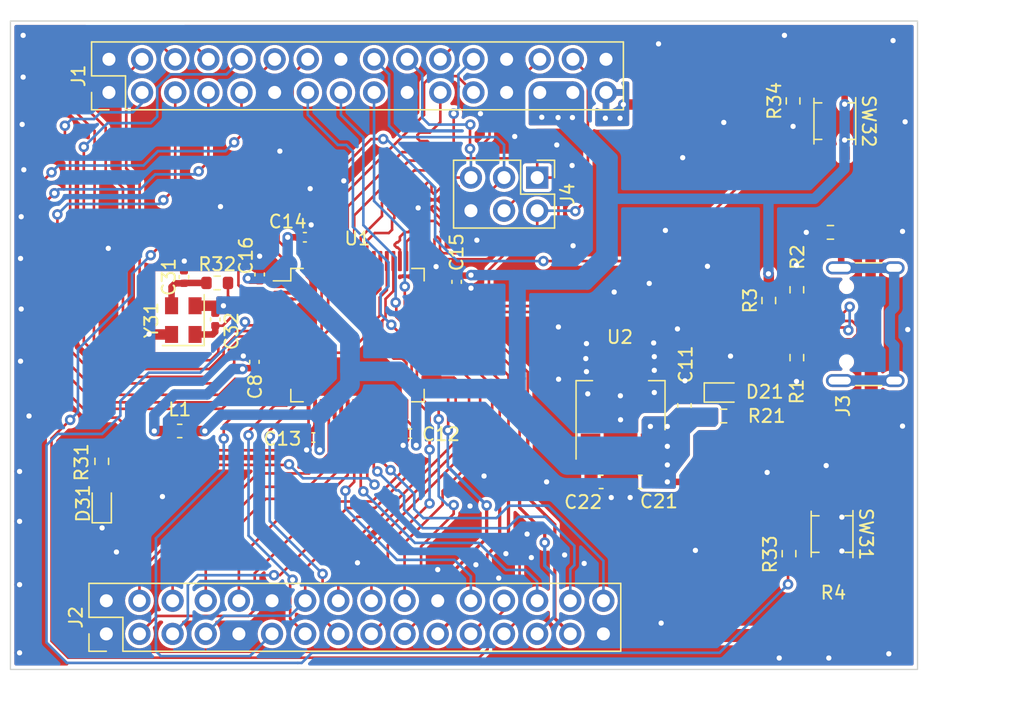
<source format=kicad_pcb>
(kicad_pcb (version 20211014) (generator pcbnew)
  (layers (0 "F.Cu" mixed) (31 "B.Cu" mixed) (34 "B.Paste" user) (35 "F.Paste" user) (36 "B.SilkS" user "B.Silkscreen") (37 "F.SilkS" user "F.Silkscreen") (38 "B.Mask" user) (39 "F.Mask" user) (44 "Edge.Cuts" user))
  (net 0 "")
  (net 1 "+3.3VA")
  (net 2 "GND")
  (net 3 "+3.3V")
  (net 4 "VCC")
  (net 5 "Net-(C31-Pad1)")
  (net 6 "Net-(C32-Pad1)")
  (net 7 "Net-(D21-Pad2)")
  (net 8 "Net-(D31-Pad2)")
  (net 9 "/PA0")
  (net 10 "/PC0")
  (net 11 "/PA1")
  (net 12 "/PC1")
  (net 13 "/PA2")
  (net 14 "/PC2")
  (net 15 "/PA3")
  (net 16 "/PC3")
  (net 17 "/PC4")
  (net 18 "/PA8")
  (net 19 "/PC5")
  (net 20 "/PA9")
  (net 21 "/PA10")
  (net 22 "/PC13")
  (net 23 "/PC14")
  (net 24 "/PB6")
  (net 25 "/PC15")
  (net 26 "/PB7")
  (net 27 "/PB2")
  (net 28 "/PB1")
  (net 29 "/PA13")
  (net 30 "/PA14")
  (net 31 "/PB10")
  (net 32 "/PA4")
  (net 33 "/PB11")
  (net 34 "/PA5")
  (net 35 "/PB12")
  (net 36 "/PA6")
  (net 37 "/PA7")
  (net 38 "/PC8")
  (net 39 "/PC9")
  (net 40 "/PC10")
  (net 41 "/PB13")
  (net 42 "/PC11")
  (net 43 "/PB14")
  (net 44 "/PB8")
  (net 45 "/PB15")
  (net 46 "/PB9")
  (net 47 "/PC6")
  (net 48 "/PA15")
  (net 49 "/PC7")
  (net 50 "/PB3")
  (net 51 "/PC12")
  (net 52 "/PB4")
  (net 53 "/PD2")
  (net 54 "/PB5")
  (net 55 "/CC1")
  (net 56 "/USB_D+")
  (net 57 "/USB_D-")
  (net 59 "/CC2")
  (net 61 "/SHILED")
  (net 62 "/PB0")
  (net 63 "/NRST_SW")
  (net 64 "/BOOT_SW")
  (net 65 "Net-(R32-Pad2)")
  (footprint "Capacitor_SMD:C_0402_1005Metric" (layer "F.Cu") (at 130.1 69.15 90)
    (fp_text reference "C16")
    (fp_text value "100n")
  )
  (footprint "Diode_SMD:D_0603_1608Metric" (layer "F.Cu") (at 165.6625 78.2)
    (fp_text reference "D21")
    (fp_text value "LED")
  )
  (footprint "Capacitor_SMD:C_0402_1005Metric" (layer "F.Cu") (at 124.3 69.35 90)
    (fp_text reference "C31")
    (fp_text value "10p")
  )
  (footprint "Capacitor_SMD:C_0603_1608Metric" (layer "F.Cu") (at 162.6625 79.2 90)
    (fp_text reference "C11")
    (fp_text value "4u7")
  )
  (footprint "Capacitor_SMD:C_0402_1005Metric" (layer "F.Cu") (at 133.57 66.3)
    (fp_text reference "C14")
    (fp_text value "100n")
  )
  (footprint "Resistor_SMD:R_0603_1608Metric" (layer "F.Cu") (at 171.275 75.525 -90)
    (fp_text reference "R1")
    (fp_text value "5k11")
  )
  (footprint "Connector_PinHeader_2.54mm:PinHeader_2x16_P2.54mm_Vertical" (layer "F.Cu") (at 118.35 96.7 90)
    (fp_text reference "J2")
    (fp_text value "SPIO")
  )
  (footprint "Capacitor_SMD:C_0402_1005Metric" (layer "F.Cu") (at 145.2 69.72 -90)
    (fp_text reference "C15")
    (fp_text value "100n")
  )
  (footprint "Resistor_SMD:R_0603_1608Metric" (layer "F.Cu") (at 171.275 70.325 90)
    (fp_text reference "R2")
    (fp_text value "5k11")
  )
  (footprint "Resistor_SMD:R_0603_1608Metric" (layer "F.Cu") (at 126.85 69.8)
    (fp_text reference "R32")
    (fp_text value "10k")
  )
  (footprint "China:3x4x2mm Switch Tactile" (layer "F.Cu") (at 174.1875 57.4 -90)
    (fp_text reference "SW32")
    (fp_text value "BOOT")
  )
  (footprint "Capacitor_SMD:C_0402_1005Metric" (layer "F.Cu") (at 134.22 81.65 180)
    (fp_text reference "C13")
    (fp_text value "100n")
  )
  (footprint "Capacitor_SMD:C_0402_1005Metric" (layer "F.Cu") (at 129.7 75.85 90)
    (fp_text reference "C8")
    (fp_text value "100p")
  )
  (footprint "Inductor_SMD:L_0603_1608Metric" (layer "F.Cu") (at 123.975 81.15 180)
    (fp_text reference "L1")
    (fp_text value "100u")
  )
  (footprint "Resistor_SMD:R_0603_1608Metric" (layer "F.Cu") (at 169.125 71.15 90)
    (fp_text reference "R3")
    (fp_text value "1k5")
  )
  (footprint "Capacitor_SMD:C_0402_1005Metric" (layer "F.Cu") (at 141.63 81.35 180)
    (fp_text reference "C12")
    (fp_text value "100n")
  )
  (footprint "Resistor_SMD:R_0603_1608Metric" (layer "F.Cu") (at 170.675 90.55 90)
    (fp_text reference "R33")
    (fp_text value "4k7")
  )
  (footprint "Connector_PinHeader_2.54mm:PinHeader_2x03_P2.54mm_Vertical" (layer "F.Cu") (at 151.375 61.725 -90)
    (fp_text reference "J4")
    (fp_text value "JTAG")
  )
  (footprint "Diode_SMD:D_0603_1608Metric" (layer "F.Cu") (at 118 86.7 90)
    (fp_text reference "D31")
    (fp_text value "GREEN")
  )
  (footprint "Package_QFP:LQFP-64_10x10mm_P0.5mm" (layer "F.Cu") (at 137.6 73.8)
    (fp_text reference "U1")
    (fp_text value "STM32F103RCTx")
  )
  (footprint "Resistor_SMD:R_0603_1608Metric" (layer "F.Cu") (at 173.85 65.925 180)
    (fp_text reference "R4")
    (fp_text value "DNF")
  )
  (footprint "Crystal:Crystal_SMD_EuroQuartz_MT-4Pin_3.2x2.5mm" (layer "F.Cu") (at 124.25 72.65 90)
    (fp_text reference "Y31")
    (fp_text value "12MHz")
  )
  (footprint "Connector_PinHeader_2.54mm:PinHeader_2x16_P2.54mm_Vertical" (layer "F.Cu") (at 118.55 55.2 90)
    (fp_text reference "J1")
    (fp_text value "GPIO1+SUPPLY")
  )
  (footprint "Resistor_SMD:R_0603_1608Metric" (layer "F.Cu") (at 165.6625 80)
    (fp_text reference "R21")
    (fp_text value "1k5")
  )
  (footprint "Resistor_SMD:R_0603_1608Metric" (layer "F.Cu") (at 170.9875 55.85 90)
    (fp_text reference "R34")
    (fp_text value "4k7")
  )
  (footprint "China:3x4x2mm Switch Tactile" (layer "F.Cu") (at 173.975 89.05 -90)
    (fp_text reference "SW31")
    (fp_text value "NSRT")
  )
  (footprint "Resistor_SMD:R_0603_1608Metric" (layer "F.Cu") (at 118 83.475 -90)
    (fp_text reference "R31")
    (fp_text value "1k5")
  )
  (footprint "Capacitor_SMD:C_0603_1608Metric" (layer "F.Cu") (at 156.275 85.05)
    (fp_text reference "C22")
    (fp_text value "3u3")
  )
  (footprint "Capacitor_SMD:C_0603_1608Metric" (layer "F.Cu") (at 159.275 85.05 180)
    (fp_text reference "C21")
    (fp_text value "3u3")
  )
  (footprint "Capacitor_SMD:C_0402_1005Metric" (layer "F.Cu") (at 126.7 72.6 90)
    (fp_text reference "C32")
    (fp_text value "10p")
  )
  (footprint "Package_TO_SOT_SMD:SOT-223-3_TabPin2" (layer "F.Cu") (at 157.7625 79.2 90)
    (fp_text reference "U2")
    (fp_text value "LT1129-3.3_SOT223")
  )
  (footprint "China:USB_C_China" (layer "F.Cu") (at 177.375 72.955 90)
    (fp_text reference "J3")
    (fp_text value "USB_C_Receptacle")
  )
  (gr_rect (start 111 49.725) (end 180.525 99.425) (layer "Edge.Cuts") (width 0.1) (fill none))
  (segment (start 130.6 76.05) (end 130.32 76.33) (width 0.2) (layer "F.Cu") (net 1))
  (segment (start 123.1875 81.15) (end 122.025 81.15) (width 0.8) (layer "F.Cu") (net 1))
  (segment (start 128.859085 76.33) (end 128.791307 76.397778) (width 0.5) (layer "F.Cu") (net 1))
  (segment (start 130.32 76.33) (end 129.7 76.33) (width 0.2) (layer "F.Cu") (net 1))
  (segment (start 131.925 76.05) (end 130.6 76.05) (width 0.2) (layer "F.Cu") (net 1))
  (segment (start 129.7 76.33) (end 128.859085 76.33) (width 0.5) (layer "F.Cu") (net 1))
  (via (at 122.025 81.15) (size 0.8) (drill 0.4) (layers "F.Cu" "B.Cu") (net 1))
  (via (at 128.791307 76.397778) (size 0.8) (drill 0.4) (layers "F.Cu" "B.Cu") (net 1))
  (segment (start 128.027222 76.397778) (end 126.075 78.35) (width 0.8) (layer "B.Cu") (net 1))
  (segment (start 128.791307 76.397778) (end 128.027222 76.397778) (width 0.8) (layer "B.Cu") (net 1))
  (segment (start 122.025 79.9) (end 122.025 81.15) (width 0.8) (layer "B.Cu") (net 1))
  (segment (start 126.075 78.35) (end 123.575 78.35) (width 0.8) (layer "B.Cu") (net 1))
  (segment (start 123.575 78.35) (end 122.025 79.9) (width 0.8) (layer "B.Cu") (net 1))
  (segment (start 134.35 81.04) (end 133.74 81.65) (width 0.2) (layer "F.Cu") (net 2))
  (segment (start 125.15 71.55) (end 127.325 71.55) (width 0.8) (layer "F.Cu") (net 2))
  (segment (start 140.85 79.475) (end 140.85 80.65) (width 0.2) (layer "F.Cu") (net 2))
  (segment (start 118 88.55) (end 118.025 88.575) (width 0.8) (layer "F.Cu") (net 2))
  (segment (start 157.7625 78.4125) (end 157.7625 78.1375) (width 0.5) (layer "F.Cu") (net 2))
  (segment (start 133.74 81.65) (end 133.74 82.56) (width 0.5) (layer "F.Cu") (net 2))
  (segment (start 174.725 86.6) (end 174.725 87.75) (width 0.5) (layer "F.Cu") (net 2))
  (segment (start 171.275 68.475) (end 171.25 68.45) (width 0.5) (layer "F.Cu") (net 2))
  (segment (start 124.3 68.87) (end 124.3 68.15) (width 0.5) (layer "F.Cu") (net 2))
  (segment (start 134.35 68.125) (end 134.35 67.25) (width 0.2) (layer "F.Cu") (net 2))
  (segment (start 123.35 73.75) (end 121.65 73.75) (width 0.8) (layer "F.Cu") (net 2))
  (segment (start 129.7 75.37) (end 128.88 75.37) (width 0.5) (layer "F.Cu") (net 2))
  (segment (start 128.88 75.37) (end 128.85 75.4) (width 0.5) (layer "F.Cu") (net 2))
  (segment (start 145.2 70.2) (end 146.3 70.2) (width 0.5) (layer "F.Cu") (net 2))
  (segment (start 162.6625 78.425) (end 162.6625 77.3375) (width 0.8) (layer "F.Cu") (net 2))
  (segment (start 130.1 68.67) (end 130.1 67.75) (width 0.5) (layer "F.Cu") (net 2))
  (segment (start 144.6 70.2) (end 145.2 70.2) (width 0.2) (layer "F.Cu") (net 2))
  (segment (start 157.7625 78.1375) (end 157.7625 76.05) (width 0.5) (layer "F.Cu") (net 2))
  (segment (start 157.05 85.05) (end 157.05 86.25) (width 0.8) (layer "F.Cu") (net 2))
  (segment (start 173.64 69.715) (end 171.49 69.715) (width 0.5) (layer "F.Cu") (net 2))
  (segment (start 141.15 80.95) (end 141.15 81.35) (width 0.2) (layer "F.Cu") (net 2))
  (segment (start 157.05 85.05) (end 158.5 85.05) (width 0.5) (layer "F.Cu") (net 2))
  (segment (start 171.41 76.215) (end 171.275 76.35) (width 0.5) (layer "F.Cu") (net 2))
  (segment (start 173.025 65.925) (end 172 65.925) (width 0.5) (layer "F.Cu") (net 2))
  (segment (start 157.7625 82.35) (end 157.7625 84.3375) (width 0.5) (layer "F.Cu") (net 2))
  (segment (start 134.05 66.3) (end 134.05 65.35) (width 0.5) (layer "F.Cu") (net 2))
  (segment (start 157.7625 80.2875) (end 157.7625 78.4125) (width 0.5) (layer "F.Cu") (net 2))
  (segment (start 134.35 67.25) (end 134.05 66.95) (width 0.2) (layer "F.Cu") (net 2))
  (segment (start 170.9875 56.675) (end 170.9875 57.8) (width 0.5) (layer "F.Cu") (net 2))
  (segment (start 133.74 82.56) (end 133.7 82.6) (width 0.5) (layer "F.Cu") (net 2))
  (segment (start 163.575 78.425) (end 163.8 78.2) (width 0.5) (layer "F.Cu") (net 2))
  (segment (start 171.275 77.325) (end 171.25 77.35) (width 0.5) (layer "F.Cu") (net 2))
  (segment (start 162.6625 77.3375) (end 162.7 77.3) (width 0.8) (layer "F.Cu") (net 2))
  (segment (start 134.35 79.475) (end 134.35 81.04) (width 0.2) (layer "F.Cu") (net 2))
  (segment (start 141.15 82.200497) (end 141.100497 82.25) (width 0.5) (layer "F.Cu") (net 2))
  (segment (start 131.925 75.55) (end 129.88 75.55) (width 0.2) (layer "F.Cu") (net 2))
  (segment (start 163.8 78.2) (end 164.875 78.2) (width 0.5) (layer "F.Cu") (net 2))
  (segment (start 124.3 68.15) (end 124.325 68.125) (width 0.5) (layer "F.Cu") (net 2))
  (segment (start 134.05 66.95) (end 134.05 66.3) (width 0.2) (layer "F.Cu") (net 2))
  (segment (start 171.275 69.5) (end 171.275 68.475) (width 0.5) (layer "F.Cu") (net 2))
  (segment (start 173.64 76.215) (end 171.41 76.215) (width 0.5) (layer "F.Cu") (net 2))
  (segment (start 140.85 80.65) (end 141.15 80.95) (width 0.2) (layer "F.Cu") (net 2))
  (segment (start 171.49 69.715) (end 171.275 69.5) (width 0.5) (layer "F.Cu") (net 2))
  (segment (start 129.88 75.55) (end 129.7 75.37) (width 0.2) (layer "F.Cu") (net 2))
  (segment (start 118 87.4875) (end 118 88.55) (width 0.8) (layer "F.Cu") (net 2))
  (segment (start 157.7625 82.35) (end 157.7625 80.2875) (width 0.5) (layer "F.Cu") (net 2))
  (segment (start 174.725 91.5) (end 174.725 90.35) (width 0.5) (layer "F.Cu") (net 2))
  (segment (start 121.65 73.75) (end 121.625 73.725) (width 0.8) (layer "F.Cu") (net 2))
  (segment (start 171.275 76.35) (end 171.275 77.325) (width 0.5) (layer "F.Cu") (net 2))
  (segment (start 157.7625 84.3375) (end 157.05 85.05) (width 0.5) (layer "F.Cu") (net 2))
  (segment (start 141.15 81.35) (end 141.15 82.200497) (width 0.5) (layer "F.Cu") (net 2))
  (segment (start 144.25 70.55) (end 144.6 70.2) (width 0.2) (layer "F.Cu") (net 2))
  (segment (start 158.5 85.05) (end 158.5 86.25) (width 0.8) (layer "F.Cu") (net 2))
  (segment (start 162.6625 78.425) (end 163.575 78.425) (width 0.5) (layer "F.Cu") (net 2))
  (segment (start 143.275 70.55) (end 144.25 70.55) (width 0.2) (layer "F.Cu") (net 2))
  (via (at 111.775 67.925) (size 0.8) (drill 0.4) (layers "F.Cu" "B.Cu") (net 2))
  (via (at 121.625 73.725) (size 0.8) (drill 0.4) (layers "F.Cu" "B.Cu") (net 2))
  (via (at 161.2 65.775) (size 0.8) (drill 0.4) (layers "F.Cu" "B.Cu") (net 2))
  (via (at 127.1 63.95) (size 0.8) (drill 0.4) (layers "F.Cu" "B.Cu") (net 2))
  (via (at 146.675 91.4) (size 0.8) (drill 0.4) (layers "F.Cu" "B.Cu") (net 2))
  (via (at 179.575 57.45) (size 0.8) (drill 0.4) (layers "F.Cu" "B.Cu") (net 2))
  (via (at 111.825 64.725) (size 0.8) (drill 0.4) (layers "F.Cu" "B.Cu") (net 2))
  (via (at 146.225 86.9) (size 0.8) (drill 0.4) (layers "F.Cu" "B.Cu") (net 2))
  (via (at 146.3 70.2) (size 0.8) (drill 0.4) (layers "F.Cu" "B.Cu") (net 2))
  (via (at 111.975 54.025) (size 0.8) (drill 0.4) (layers "F.Cu" "B.Cu") (net 2))
  (via (at 150.925 90.85) (size 0.8) (drill 0.4) (layers "F.Cu" "B.Cu") (net 2))
  (via (at 162.7 77.3) (size 0.8) (drill 0.4) (layers "F.Cu" "B.Cu") (net 2))
  (via (at 157.7625 80.2875) (size 0.8) (drill 0.4) (layers "F.Cu" "B.Cu") (net 2))
  (via (at 154.05 60.8) (size 0.8) (drill 0.4) (layers "F.Cu" "B.Cu") (net 2))
  (via (at 148.425 92.425) (size 0.8) (drill 0.4) (layers "F.Cu" "B.Cu") (net 2))
  (via (at 136.55 61.975) (size 0.8) (drill 0.4) (layers "F.Cu" "B.Cu") (net 2))
  (via (at 179.375 80.775) (size 0.8) (drill 0.4) (layers "F.Cu" "B.Cu") (net 2))
  (via (at 173.725 98.55) (size 0.8) (drill 0.4) (layers "F.Cu" "B.Cu") (net 2))
  (via (at 154.125 66.95) (size 0.8) (drill 0.4) (layers "F.Cu" "B.Cu") (net 2))
  (via (at 179.775 73.375) (size 0.8) (drill 0.4) (layers "F.Cu" "B.Cu") (net 2))
  (via (at 173.525 83.8) (size 0.8) (drill 0.4) (layers "F.Cu" "B.Cu") (net 2))
  (via (at 147.025 56.825) (size 0.8) (drill 0.4) (layers "F.Cu" "B.Cu") (net 2))
  (via (at 111.775 75.8) (size 0.8) (drill 0.4) (layers "F.Cu" "B.Cu") (net 2))
  (via (at 171.25 68.45) (size 0.8) (drill 0.4) (layers "F.Cu" "B.Cu") (net 2))
  (via (at 160.875 95.875) (size 0.8) (drill 0.4) (layers "F.Cu" "B.Cu") (net 2))
  (via (at 149.65 58.575) (size 0.8) (drill 0.4) (layers "F.Cu" "B.Cu") (net 2))
  (via (at 172 65.925) (size 0.8) (drill 0.4) (layers "F.Cu" "B.Cu") (net 2))
  (via (at 174.725 90.35) (size 0.8) (drill 0.4) (layers "F.Cu" "B.Cu") (net 2))
  (via (at 119.125 90.425) (size 0.8) (drill 0.4) (layers "F.Cu" "B.Cu") (net 2))
  (via (at 118.025 88.575) (size 0.8) (drill 0.4) (layers "F.Cu" "B.Cu") (net 2))
  (via (at 141.100497 82.25) (size 0.8) (drill 0.4) (layers "F.Cu" "B.Cu") (net 2))
  (via (at 137.6 91.25) (size 0.8) (drill 0.4) (layers "F.Cu" "B.Cu") (net 2))
  (via (at 134.05 65.35) (size 0.8) (drill 0.4) (layers "F.Cu" "B.Cu") (net 2))
  (via (at 162.525 60.2) (size 0.8) (drill 0.4) (layers "F.Cu" "B.Cu") (net 2))
  (via (at 153.012363 77.181278) (size 0.8) (drill 0.4) (layers "F.Cu" "B.Cu") (net 2))
  (via (at 153 73.175) (size 0.8) (drill 0.4) (layers "F.Cu" "B.Cu") (net 2))
  (via (at 130.1 67.75) (size 0.8) (drill 0.4) (layers "F.Cu" "B.Cu") (net 2))
  (via (at 157.05 86.25) (size 0.8) (drill 0.4) (layers "F.Cu" "B.Cu") (net 2))
  (via (at 111.975 50.825) (size 0.8) (drill 0.4) (layers "F.Cu" "B.Cu") (net 2))
  (via (at 154.975 91.3) (size 0.8) (drill 0.4) (layers "F.Cu" "B.Cu") (net 2))
  (via (at 143.625 68.55) (size 0.8) (drill 0.4) (layers "F.Cu" "B.Cu") (net 2))
  (via (at 160.35 76.5) (size 0.8) (drill 0.4) (layers "F.Cu" "B.Cu") (net 2))
  (via (at 174.725 87.75) (size 0.8) (drill 0.4) (layers "F.Cu" "B.Cu") (net 2))
  (via (at 155.25 78.3) (size 0.8) (drill 0.4) (layers "F.Cu" "B.Cu") (net 2))
  (via (at 143.75 91.775) (size 0.8) (drill 0.4) (layers "F.Cu" "B.Cu") (net 2))
  (via (at 162.125 73.325) (size 0.8) (drill 0.4) (layers "F.Cu" "B.Cu") (net 2))
  (via (at 124.325 68.125) (size 0.8) (drill 0.4) (layers "F.Cu" "B.Cu") (net 2))
  (via (at 112.425 80) (size 0.8) (drill 0.4) (layers "F.Cu" "B.Cu") (net 2))
  (via (at 164.425 68.525) (size 0.8) (drill 0.4) (layers "F.Cu" "B.Cu") (net 2))
  (via (at 111.7 88.075) (size 0.8) (drill 0.4) (layers "F.Cu" "B.Cu") (net 2))
  (via (at 160.675 51.475) (size 0.8) (drill 0.4) (layers "F.Cu" "B.Cu") (net 2))
  (via (at 160.35 78.2) (size 0.8) (drill 0.4) (layers "F.Cu" "B.Cu") (net 2))
  (via (at 158.5 86.25) (size 0.8) (drill 0.4) (layers "F.Cu" "B.Cu") (net 2))
  (via (at 155.1 75.6) (size 0.8) (drill 0.4) (layers "F.Cu" "B.Cu") (net 2))
  (via (at 131.65 59.7) (size 0.8) (drill 0.4) (layers "F.Cu" "B.Cu") (net 2))
  (via (at 178.65 51.225) (size 0.8) (drill 0.4) (layers "F.Cu" "B.Cu") (net 2))
  (via (at 171.25 77.35) (size 0.8) (drill 0.4) (layers "F.Cu" "B.Cu") (net 2))
  (via (at 148.975 90.55) (size 0.8) (drill 0.4) (layers "F.Cu" "B.Cu") (net 2))
  (via (at 111.7 92.925) (size 0.8) (drill 0.4) (layers "F.Cu" "B.Cu") (net 2))
  (via (at 150.6 89.05) (size 0.8) (drill 0.4) (layers "F.Cu" "B.Cu") (net 2))
  (via (at 111.7 84.25) (size 0.8) (drill 0.4) (layers "F.Cu" "B.Cu") (net 2))
  (via (at 160.35 75.45) (size 0.8) (drill 0.4) (layers "F.Cu" "B.Cu") (net 2))
  (via (at 111.825 71.8) (size 0.8) (drill 0.4) (layers "F.Cu" "B.Cu") (net 2))
  (via (at 152.09445 85.049104) (size 0.8) (drill 0.4) (layers "F.Cu" "B.Cu") (net 2))
  (via (at 157.275 70.5) (size 0.8) (drill 0.4) (layers "F.Cu" "B.Cu") (net 2))
  (via (at 127.325 71.55) (size 0.8) (drill 0.4) (layers "F.Cu" "B.Cu") (net 2))
  (via (at 142.25 64.05) (size 0.8) (drill 0.4) (layers "F.Cu" "B.Cu") (net 2))
  (via (at 146.75 66.525) (size 0.8) (drill 0.4) (layers "F.Cu" "B.Cu") (net 2))
  (via (at 169 84.325) (size 0.8) (drill 0.4) (layers "F.Cu" "B.Cu") (net 2))
  (via (at 179.375 65.85) (size 0.8) (drill 0.4) (layers "F.Cu" "B.Cu") (net 2))
  (via (at 159.962276 69.837973) (size 0.8) (drill 0.4) (layers "F.Cu" "B.Cu") (net 2))
  (via (at 170.325 50.825) (size 0.8) (drill 0.4) (layers "F.Cu" "B.Cu") (net 2))
  (via (at 155.15 74.45) (size 0.8) (drill 0.4) (layers "F.Cu" "B.Cu") (net 2))
  (via (at 122.65 86.175) (size 0.8) (drill 0.4) (layers "F.Cu" "B.Cu") (net 2))
  (via (at 160.3 74.4) (size 0.8) (drill 0.4) (layers "F.Cu" "B.Cu") (net 2))
  (via (at 112.025 61.125) (size 0.8) (drill 0.4) (layers "F.Cu" "B.Cu") (net 2))
  (via (at 163.5 90.3) (size 0.8) (drill 0.4) (layers "F.Cu" "B.Cu") (net 2))
  (via (at 118.5 67.15) (size 0.8) (drill 0.4) (layers "F.Cu" "B.Cu") (net 2))
  (via (at 133.975 62.575) (size 0.8) (drill 0.4) (layers "F.Cu" "B.Cu") (net 2))
  (via (at 111.9 57.65) (size 0.8) (drill 0.4) (layers "F.Cu" "B.Cu") (net 2))
  (via (at 111.7 98.15) (size 0.8) (drill 0.4) (layers "F.Cu" "B.Cu") (net 2))
  (via (at 155.15 76.6) (size 0.8) (drill 0.4) (layers "F.Cu" "B.Cu") (net 2))
  (via (at 169.925 98.55) (size 0.8) (drill 0.4) (layers "F.Cu" "B.Cu") (net 2))
  (via (at 170.9875 57.8) (size 0.8) (drill 0.4) (layers "F.Cu" "B.Cu") (net 2))
  (via (at 157.75 78.45) (size 0.8) (drill 0.4) (layers "F.Cu" "B.Cu") (net 2))
  (via (at 153.475 90.65) (size 0.8) (drill 0.4) (layers "F.Cu" "B.Cu") (net 2))
  (via (at 128.85 75.4) (size 0.8) (drill 0.4) (layers "F.Cu" "B.Cu") (net 2))
  (via (at 133.7 82.6) (size 0.8) (drill 0.4) (layers "F.Cu" "B.Cu") (net 2))
  (via (at 147.3 84.6) (size 0.8) (drill 0.4) (layers "F.Cu" "B.Cu") (net 2))
  (via (at 165.675 57.5) (size 0.8) (drill 0.4) (layers "F.Cu" "B.Cu") (net 2))
  (via (at 178.325 98.225) (size 0.8) (drill 0.4) (layers "F.Cu" "B.Cu") (net 2))
  (via (at 166.190972 75.411017) (size 0.8) (drill 0.4) (layers "F.Cu" "B.Cu") (net 2))
  (via (at 152.875 59.225) (size 0.8) (drill 0.4) (layers "F.Cu" "B.Cu") (net 2))
  (segment (start 160.0625 82.35) (end 160.0625 85.0375) (width 0.5) (layer "F.Cu") (net 3))
  (segment (start 133.85 68.125) (end 133.85 67.4) (width 0.2) (layer "F.Cu") (net 3))
  (segment (start 134.85 81.5) (end 134.7 81.65) (width 0.2) (layer "F.Cu") (net 3))
  (segment (start 162.6625 79.975) (end 162.4375 79.975) (width 0.2) (layer "F.Cu") (net 3))
  (segment (start 160.0625 82.35) (end 160.0625 80.8125) (width 1) (layer "F.Cu") (net 3))
  (segment (start 124.7625 81.15) (end 125.9 81.15) (width 0.8) (layer "F.Cu") (net 3))
  (segment (start 134.7 82.599503) (end 134.699503 82.6) (width 0.5) (layer "F.Cu") (net 3))
  (segment (start 134.7 81.65) (end 134.7 82.599503) (width 0.5) (layer "F.Cu") (net 3))
  (segment (start 134.85 79.475) (end 134.85 81.5) (width 0.2) (layer "F.Cu") (net 3))
  (segment (start 146.26 69.24) (end 146.3 69.2) (width 0.5) (layer "F.Cu") (net 3))
  (segment (start 142.11 82.24) (end 142.1 82.25) (width 0.5) (layer "F.Cu") (net 3))
  (segment (start 160.4625 81.95) (end 160.0625 82.35) (width 0.5) (layer "F.Cu") (net 3))
  (segment (start 142.11 81.06) (end 142.11 81.35) (width 0.2) (layer "F.Cu") (net 3))
  (segment (start 142.11 81.35) (end 142.11 82.24) (width 0.5) (layer "F.Cu") (net 3))
  (segment (start 160.0625 80.8125) (end 160.05 80.8) (width 1) (layer "F.Cu") (net 3))
  (segment (start 160.05 85.05) (end 161.35 85.05) (width 0.8) (layer "F.Cu") (net 3))
  (segment (start 165.9 85.05) (end 168.05 87.2) (width 0.5) (layer "F.Cu") (net 3))
  (segment (start 169.125 69.125) (end 169.1 69.1) (width 0.8) (layer "F.Cu") (net 3))
  (segment (start 130.1 69.63) (end 129.38 69.63) (width 0.5) (layer "F.Cu") (net 3))
  (segment (start 162.4375 79.975) (end 160.0625 82.35) (width 0.2) (layer "F.Cu") (net 3))
  (segment (start 133.85 67.4) (end 133.09 66.64) (width 0.2) (layer "F.Cu") (net 3))
  (segment (start 133.09 66.3) (end 132.25 66.3) (width 0.5) (layer "F.Cu") (net 3))
  (segment (start 141.35 79.475) (end 141.35 80.3) (width 0.2) (layer "F.Cu") (net 3))
  (segment (start 168.05 87.2) (end 169.35 87.2) (width 0.5) (layer "F.Cu") (net 3))
  (segment (start 174.9375 54.95) (end 174.9375 56.1) (width 0.5) (layer "F.Cu") (net 3))
  (segment (start 169.125 70.325) (end 169.125 69.125) (width 0.8) (layer "F.Cu") (net 3))
  (segment (start 170.675 89.725) (end 170.675 88.525) (width 0.5) (layer "F.Cu") (net 3))
  (segment (start 145.2 69.24) (end 146.26 69.24) (width 0.5) (layer "F.Cu") (net 3))
  (segment (start 161.35 85.05) (end 165.9 85.05) (width 0.5) (layer "F.Cu") (net 3))
  (segment (start 143.275 70.05) (end 144.05 70.05) (width 0.2) (layer "F.Cu") (net 3))
  (segment (start 144.86 69.24) (end 145.2 69.24) (width 0.2) (layer "F.Cu") (net 3))
  (segment (start 164.8125 79.975) (end 164.8375 80) (width 0.5) (layer "F.Cu") (net 3))
  (segment (start 131.15 70.05) (end 130.73 69.63) (width 0.2) (layer "F.Cu") (net 3))
  (segment (start 131.925 70.05) (end 131.15 70.05) (width 0.2) (layer "F.Cu") (net 3))
  (segment (start 141.35 80.3) (end 142.11 81.06) (width 0.2) (layer "F.Cu") (net 3))
  (segment (start 160.0625 85.0375) (end 160.05 85.05) (width 0.5) (layer "F.Cu") (net 3))
  (segment (start 174.9375 59.85) (end 174.9375 58.85) (width 0.5) (layer "F.Cu") (net 3))
  (segment (start 162.6125 80.025) (end 162.6625 79.975) (width 0.5) (layer "F.Cu") (net 3))
  (segment (start 162.6625 79.975) (end 164.8125 79.975) (width 0.5) (layer "F.Cu") (net 3))
  (segment (start 130.73 69.63) (end 130.1 69.63) (width 0.2) (layer "F.Cu") (net 3))
  (segment (start 133.09 66.64) (end 133.09 66.3) (width 0.2) (layer "F.Cu") (net 3))
  (segment (start 169.35 87.2) (end 170.675 88.525) (width 0.5) (layer "F.Cu") (net 3))
  (segment (start 129.38 69.63) (end 129.2 69.45) (width 0.5) (layer "F.Cu") (net 3))
  (segment (start 144.05 70.05) (end 144.86 69.24) (width 0.2) (layer "F.Cu") (net 3))
  (via (at 161.35 80.8) (size 0.8) (drill 0.4) (layers "F.Cu" "B.Cu") (net 3))
  (via (at 174.9375 56.1) (size 0.8) (drill 0.4) (layers "F.Cu" "B.Cu") (net 3))
  (via (at 169.1 69.1) (size 0.8) (drill 0.4) (layers "F.Cu" "B.Cu") (net 3))
  (via (at 125.9 81.15) (size 0.8) (drill 0.4) (layers "F.Cu" "B.Cu") (net 3))
  (via (at 146.3 69.2) (size 0.8) (drill 0.4) (layers "F.Cu" "B.Cu") (net 3))
  (via (at 142.1 82.25) (size 0.8) (drill 0.4) (layers "F.Cu" "B.Cu") (net 3))
  (via (at 174.9375 58.85) (size 0.8) (drill 0.4) (layers "F.Cu" "B.Cu") (net 3))
  (via (at 151.725 57.1) (size 0.8) (drill 0.4) (layers "F.Cu" "B.Cu") (net 3))
  (via (at 152.975 57.125) (size 0.8) (drill 0.4) (layers "F.Cu" "B.Cu") (net 3))
  (via (at 134.699503 82.6) (size 0.8) (drill 0.4) (layers "F.Cu" "B.Cu") (net 3))
  (via (at 160.05 80.8) (size 0.8) (drill 0.4) (layers "F.Cu" "B.Cu") (net 3))
  (via (at 129.2 69.45) (size 0.8) (drill 0.4) (layers "F.Cu" "B.Cu") (net 3))
  (via (at 161.35 83.75) (size 0.8) (drill 0.4) (layers "F.Cu" "B.Cu") (net 3))
  (via (at 161.35 82.325) (size 0.8) (drill 0.4) (layers "F.Cu" "B.Cu") (net 3))
  (via (at 154.075 57.125) (size 0.8) (drill 0.4) (layers "F.Cu" "B.Cu") (net 3))
  (via (at 161.35 85.05) (size 0.8) (drill 0.4) (layers "F.Cu" "B.Cu") (net 3))
  (via (at 132.25 66.3) (size 0.8) (drill 0.4) (layers "F.Cu" "B.Cu") (net 3))
  (segment (start 174.9375 58.85) (end 174.925 58.8625) (width 0.8) (layer "B.Cu") (net 3))
  (segment (start 174.9375 56.1) (end 174.9375 58.85) (width 0.8) (layer "B.Cu") (net 3))
  (segment (start 168.9 63.35) (end 157.15 63.35) (width 0.8) (layer "B.Cu") (net 3))
  (segment (start 150.0625 78.6375) (end 149.325 77.9) (width 1.5) (layer "B.Cu") (net 3))
  (segment (start 156.4 60.55) (end 156.4 67.625) (width 1) (layer "B.Cu") (net 3))
  (segment (start 153.75 82.325) (end 150.0625 78.6375) (width 1.5) (layer "B.Cu") (net 3))
  (segment (start 161.35 83.75) (end 153.675 83.75) (width 1.5) (layer "B.Cu") (net 3))
  (segment (start 129.2 69.45) (end 131.175 69.45) (width 0.8) (layer "B.Cu") (net 3))
  (segment (start 134.699503 82.6) (end 134.699503 79.900497) (width 0.8) (layer "B.Cu") (net 3))
  (segment (start 174.925 61.05) (end 172.625 63.35) (width 0.8) (layer "B.Cu") (net 3))
  (segment (start 137.025 77.575) (end 137.025 76.575) (width 0.8) (layer "B.Cu") (net 3))
  (segment (start 149.6 69.2) (end 150.1 69.2) (width 0.8) (layer "B.Cu") (net 3))
  (segment (start 157.15 63.35) (end 157.15 60.2) (width 0.8) (layer "B.Cu") (net 3))
  (segment (start 140.775 76.575) (end 137.025 76.575) (width 1.5) (layer "B.Cu") (net 3))
  (segment (start 147.825 77.9) (end 142.1 77.9) (width 1.5) (layer "B.Cu") (net 3))
  (segment (start 146.3 69.2) (end 149.6 69.2) (width 0.8) (layer "B.Cu") (net 3))
  (segment (start 137.025 77.575) (end 134.699503 79.900497) (width 1.5) (layer "B.Cu") (net 3))
  (segment (start 150.1 77.125) (end 150.1 78.6) (width 0.8) (layer "B.Cu") (net 3))
  (segment (start 150.1 78.6) (end 150.0625 78.6375) (width 0.8) (layer "B.Cu") (net 3))
  (segment (start 150.1 77.125) (end 149.6 77.625) (width 0.8) (layer "B.Cu") (net 3))
  (segment (start 137.025 76.575) (end 137.025 74.125) (width 1.5) (layer "B.Cu") (net 3))
  (segment (start 132.25 68.375) (end 132.25 66.3) (width 0.8) (layer "B.Cu") (net 3))
  (segment (start 150.1 69.925) (end 150.1 77.125) (width 0.8) (layer "B.Cu") (net 3))
  (segment (start 149.325 77.9) (end 147.825 77.9) (width 1.5) (layer "B.Cu") (net 3))
  (segment (start 172.625 63.35) (end 168.9 63.35) (width 0.8) (layer "B.Cu") (net 3))
  (segment (start 150.1 69.2) (end 154.825 69.2) (width 0.8) (layer "B.Cu") (net 3))
  (segment (start 156.4 67.625) (end 154.825 69.2) (width 1) (layer "B.Cu") (net 3))
  (segment (start 152.975 57.125) (end 156.4 60.55) (width 1) (layer "B.Cu") (net 3))
  (segment (start 142.1 77.9) (end 140.775 76.575) (width 1.5) (layer "B.Cu") (net 3))
  (segment (start 131.7625 68.8625) (end 132.25 68.375) (width 1.5) (layer "B.Cu") (net 3))
  (segment (start 131.7625 68.8625) (end 137.025 74.125) (width 1.5) (layer "B.Cu") (net 3))
  (segment (start 150.1 69.2) (end 150.1 69.925) (width 0.8) (layer "B.Cu") (net 3))
  (segment (start 127.149503 79.900497) (end 125.9 81.15) (width 0.8) (layer "B.Cu") (net 3))
  (segment (start 169.1 63.55) (end 168.9 63.35) (width 0.8) (layer "B.Cu") (net 3))
  (segment (start 134.699503 79.900497) (end 127.149503 79.900497) (width 0.8) (layer "B.Cu") (net 3))
  (segment (start 137.025 74.125) (end 137.025 77.575) (width 1.5) (layer "B.Cu") (net 3))
  (segment (start 169.1 69.1) (end 169.1 63.55) (width 0.8) (layer "B.Cu") (net 3))
  (segment (start 174.925 58.8625) (end 174.925 61.05) (width 0.8) (layer "B.Cu") (net 3))
  (segment (start 150.1 69.925) (end 155.225 69.925) (width 0.8) (layer "B.Cu") (net 3))
  (segment (start 149.6 77.625) (end 149.325 77.9) (width 0.8) (layer "B.Cu") (net 3))
  (segment (start 149.6 69.2) (end 149.6 77.625) (width 0.8) (layer "B.Cu") (net 3))
  (segment (start 157.15 60.2) (end 154.075 57.125) (width 0.8) (layer "B.Cu") (net 3))
  (segment (start 131.7625 68.8625) (end 131.175 69.45) (width 1.5) (layer "B.Cu") (net 3))
  (segment (start 161.35 82.325) (end 153.75 82.325) (width 1.5) (layer "B.Cu") (net 3))
  (segment (start 157.15 68) (end 157.15 63.35) (width 0.8) (layer "B.Cu") (net 3))
  (segment (start 155.225 69.925) (end 157.15 68) (width 0.8) (layer "B.Cu") (net 3))
  (segment (start 142.1 82.25) (end 142.1 77.9) (width 0.8) (layer "B.Cu") (net 3))
  (segment (start 153.675 83.75) (end 147.825 77.9) (width 1.5) (layer "B.Cu") (net 3))
  (segment (start 177.275 74.7) (end 176.975 75) (width 0.8) (layer "F.Cu") (net 4))
  (segment (start 177.2 52.45) (end 163.825 52.45) (width 0.8) (layer "F.Cu") (net 4))
  (segment (start 176.975 75) (end 176.15 75) (width 0.8) (layer "F.Cu") (net 4))
  (segment (start 176.925 70.825) (end 177.275 71.175) (width 0.8) (layer "F.Cu") (net 4))
  (segment (start 174.825 70.825) (end 174.515 70.515) (width 0.3) (layer "F.Cu") (net 4))
  (segment (start 174.389999 75.415) (end 174.804999 75) (width 0.3) (layer "F.Cu") (net 4))
  (segment (start 176.975 81.25) (end 176.975 75) (width 1) (layer "F.Cu") (net 4))
  (segment (start 176.05 70.825) (end 174.825 70.825) (width 0.3) (layer "F.Cu") (net 4))
  (segment (start 176.05 70.825) (end 176.925 70.825) (width 0.8) (layer "F.Cu") (net 4))
  (segment (start 176.925 70.825) (end 176.925 62.45) (width 0.8) (layer "F.Cu") (net 4))
  (segment (start 155.5 87.1) (end 165.225 96.825) (width 1) (layer "F.Cu") (net 4))
  (segment (start 174.804999 75) (end 176.15 75) (width 0.3) (layer "F.Cu") (net 4))
  (segment (start 155.5 82.3875) (end 155.4625 82.35) (width 1) (layer "F.Cu") (net 4))
  (segment (start 155.5 87.1) (end 155.5 82.3875) (width 1) (layer "F.Cu") (net 4))
  (segment (start 173.64 75.415) (end 174.389999 75.415) (width 0.3) (layer "F.Cu") (net 4))
  (segment (start 178.325 95) (end 178.325 82.6) (width 1) (layer "F.Cu") (net 4))
  (segment (start 160.15 56.125) (end 157.975 56.125) (width 0.8) (layer "F.Cu") (net 4))
  (segment (start 177.275 71.175) (end 177.275 74.7) (width 0.8) (layer "F.Cu") (net 4))
  (segment (start 176.5 96.825) (end 178.325 95) (width 1) (layer "F.Cu") (net 4))
  (segment (start 178.325 82.6) (end 176.975 81.25) (width 1) (layer "F.Cu") (net 4))
  (segment (start 155.5 85.05) (end 155.5 82.3875) (width 0.8) (layer "F.Cu") (net 4))
  (segment (start 176.925 62.45) (end 178.225 61.15) (width 0.8) (layer "F.Cu") (net 4))
  (segment (start 174.515 70.515) (end 173.64 70.515) (width 0.3) (layer "F.Cu") (net 4))
  (segment (start 155.5 85.05) (end 155.5 87.1) (width 0.8) (layer "F.Cu") (net 4))
  (segment (start 178.225 53.475) (end 177.2 52.45) (width 0.8) (layer "F.Cu") (net 4))
  (segment (start 165.225 96.825) (end 176.5 96.825) (width 1) (layer "F.Cu") (net 4))
  (segment (start 163.825 52.45) (end 160.15 56.125) (width 0.8) (layer "F.Cu") (net 4))
  (segment (start 178.225 61.15) (end 178.225 53.475) (width 0.8) (layer "F.Cu") (net 4))
  (via (at 157.975 56.125) (size 0.8) (drill 0.4) (layers "F.Cu" "B.Cu") (net 4))
  (via (at 157.725 57.175) (size 0.8) (drill 0.4) (layers "F.Cu" "B.Cu") (net 4))
  (via (at 156.6 57.175) (size 0.8) (drill 0.4) (layers "F.Cu" "B.Cu") (net 4))
  (segment (start 124.3 69.83) (end 123.62 69.83) (width 0.5) (layer "F.Cu") (net 5))
  (segment (start 124.33 69.8) (end 124.3 69.83) (width 0.5) (layer "F.Cu") (net 5))
  (segment (start 126.025 69.8) (end 124.33 69.8) (width 0.5) (layer "F.Cu") (net 5))
  (segment (start 123.35 70.1) (end 123.35 71.55) (width 0.5) (layer "F.Cu") (net 5))
  (segment (start 123.62 69.83) (end 123.35 70.1) (width 0.5) (layer "F.Cu") (net 5))
  (segment (start 125.15 73.75) (end 126.5 73.75) (width 0.5) (layer "F.Cu") (net 6))
  (segment (start 127.27 73.08) (end 126.7 73.08) (width 0.2) (layer "F.Cu") (net 6))
  (segment (start 131.925 72.55) (end 130.125 72.55) (width 0.2) (layer "F.Cu") (net 6))
  (segment (start 130.125 72.55) (end 129.55 71.975) (width 0.2) (layer "F.Cu") (net 6))
  (segment (start 128.375 71.975) (end 127.27 73.08) (width 0.2) (layer "F.Cu") (net 6))
  (segment (start 129.55 71.975) (end 128.375 71.975) (width 0.2) (layer "F.Cu") (net 6))
  (segment (start 126.5 73.75) (end 126.7 73.55) (width 0.5) (layer "F.Cu") (net 6))
  (segment (start 126.7 73.55) (end 126.7 73.08) (width 0.5) (layer "F.Cu") (net 6))
  (segment (start 166.4875 78.2375) (end 166.45 78.2) (width 0.5) (layer "F.Cu") (net 7))
  (segment (start 166.4875 80) (end 166.4875 78.2375) (width 0.5) (layer "F.Cu") (net 7))
  (segment (start 118 84.3) (end 118 85.9125) (width 0.8) (layer "F.Cu") (net 8))
  (segment (start 115.575 74.95) (end 119 78.375) (width 0.2) (layer "F.Cu") (net 9))
  (segment (start 115.175 57.75) (end 115.175 60) (width 0.2) (layer "F.Cu") (net 9))
  (segment (start 127 78.375) (end 128.225 77.15) (width 0.2) (layer "F.Cu") (net 9))
  (segment (start 130.665686 76.55) (end 131.925 76.55) (width 0.2) (layer "F.Cu") (net 9))
  (segment (start 119 78.375) (end 127 78.375) (width 0.2) (layer "F.Cu") (net 9))
  (segment (start 115.175 60) (end 115.575 60.4) (width 0.2) (layer "F.Cu") (net 9))
  (segment (start 130.065686 77.15) (end 130.665686 76.55) (width 0.2) (layer "F.Cu") (net 9))
  (segment (start 115.575 60.4) (end 115.575 74.95) (width 0.2) (layer "F.Cu") (net 9))
  (segment (start 128.225 77.15) (end 130.065686 77.15) (width 0.2) (layer "F.Cu") (net 9))
  (via (at 115.175 57.75) (size 0.8) (drill 0.4) (layers "F.Cu" "B.Cu") (net 9))
  (segment (start 120.375 56.725) (end 121.09 56.01) (width 0.2) (layer "B.Cu") (net 9))
  (segment (start 117.4125 57.2375) (end 117.925 56.725) (width 0.2) (layer "B.Cu") (net 9))
  (segment (start 117.925 56.725) (end 120.375 56.725) (width 0.2) (layer "B.Cu") (net 9))
  (segment (start 115.175 57.75) (end 115.6875 57.2375) (width 0.2) (layer "B.Cu") (net 9))
  (segment (start 115.6875 57.2375) (end 117.4125 57.2375) (width 0.2) (layer "B.Cu") (net 9))
  (segment (start 121.09 56.01) (end 121.09 55.2) (width 0.2) (layer "B.Cu") (net 9))
  (segment (start 128.062992 73.48995) (end 126.934314 74.618628) (width 0.2) (layer "F.Cu") (net 10))
  (segment (start 126.934314 74.618628) (end 126.934314 75.134314) (width 0.2) (layer "F.Cu") (net 10))
  (segment (start 120.9 74.875) (end 120.9 62.05) (width 0.2) (layer "F.Cu") (net 10))
  (segment (start 119.875 53.875) (end 121.09 52.66) (width 0.2) (layer "F.Cu") (net 10))
  (segment (start 119.875 61.025) (end 119.875 53.875) (width 0.2) (layer "F.Cu") (net 10))
  (segment (start 121.75 75.725) (end 120.9 74.875) (width 0.2) (layer "F.Cu") (net 10))
  (segment (start 131.925 73.55) (end 130.50931 73.55) (width 0.2) (layer "F.Cu") (net 10))
  (segment (start 126.343628 75.725) (end 121.75 75.725) (width 0.2) (layer "F.Cu") (net 10))
  (segment (start 120.9 62.05) (end 119.875 61.025) (width 0.2) (layer "F.Cu") (net 10))
  (segment (start 130.44926 73.48995) (end 128.062992 73.48995) (width 0.2) (layer "F.Cu") (net 10))
  (segment (start 130.50931 73.55) (end 130.44926 73.48995) (width 0.2) (layer "F.Cu") (net 10))
  (segment (start 126.934314 75.134314) (end 126.343628 75.725) (width 0.2) (layer "F.Cu") (net 10))
  (segment (start 130.231371 77.55) (end 128.95 77.55) (width 0.2) (layer "F.Cu") (net 11))
  (segment (start 131.925 77.05) (end 130.731372 77.05) (width 0.2) (layer "F.Cu") (net 11))
  (segment (start 130.731372 77.05) (end 130.231371 77.55) (width 0.2) (layer "F.Cu") (net 11))
  (segment (start 127 78.95) (end 118.45 78.95) (width 0.2) (layer "F.Cu") (net 11))
  (segment (start 123.63 61.77) (end 123.63 55.2) (width 0.2) (layer "F.Cu") (net 11))
  (segment (start 122.725 63.45) (end 123.63 62.545) (width 0.2) (layer "F.Cu") (net 11))
  (segment (start 128.95 77.55) (end 128.4 77.55) (width 0.2) (layer "F.Cu") (net 11))
  (segment (start 123.63 62.545) (end 123.63 61.77) (width 0.2) (layer "F.Cu") (net 11))
  (segment (start 128.4 77.55) (end 127.275 78.675) (width 0.2) (layer "F.Cu") (net 11))
  (segment (start 118.45 78.95) (end 114.6 75.1) (width 0.2) (layer "F.Cu") (net 11))
  (segment (start 114.6 75.1) (end 114.6 64.55) (width 0.2) (layer "F.Cu") (net 11))
  (segment (start 127.275 78.675) (end 127 78.95) (width 0.2) (layer "F.Cu") (net 11))
  (via (at 114.6 64.55) (size 0.8) (drill 0.4) (layers "F.Cu" "B.Cu") (net 11))
  (via (at 122.725 63.45) (size 0.8) (drill 0.4) (layers "F.Cu" "B.Cu") (net 11))
  (segment (start 122.425 63.75) (end 122.725 63.45) (width 0.2) (layer "B.Cu") (net 11))
  (segment (start 115.4 63.75) (end 117.975 63.75) (width 0.2) (layer "B.Cu") (net 11))
  (segment (start 114.6 64.55) (end 115.4 63.75) (width 0.2) (layer "B.Cu") (net 11))
  (segment (start 121.5 63.75) (end 122.425 63.75) (width 0.2) (layer "B.Cu") (net 11))
  (segment (start 117.975 63.75) (end 121.5 63.75) (width 0.2) (layer "B.Cu") (net 11))
  (segment (start 128.228678 73.88995) (end 127.342157 74.776471) (width 0.2) (layer "F.Cu") (net 12))
  (segment (start 118.3 57.9) (end 116.575 56.175) (width 0.2) (layer "F.Cu") (net 12))
  (segment (start 127.342157 75.292157) (end 126.234314 76.4) (width 0.2) (layer "F.Cu") (net 12))
  (segment (start 121.25 76.4) (end 119.625 74.775) (width 0.2) (layer "F.Cu") (net 12))
  (segment (start 126.234314 76.4) (end 121.25 76.4) (width 0.2) (layer "F.Cu") (net 12))
  (segment (start 130.293624 73.9) (end 128.228678 73.9) (width 0.2) (layer "F.Cu") (net 12))
  (segment (start 116.575 56.175) (end 116.575 51.9) (width 0.2) (layer "F.Cu") (net 12))
  (segment (start 116.575 51.9) (end 117.5 50.975) (width 0.2) (layer "F.Cu") (net 12))
  (segment (start 118.3 61.2) (end 118.3 57.9) (width 0.2) (layer "F.Cu") (net 12))
  (segment (start 130.443624 74.05) (end 130.293624 73.9) (width 0.2) (layer "F.Cu") (net 12))
  (segment (start 119.625 62.525) (end 118.3 61.2) (width 0.2) (layer "F.Cu") (net 12))
  (segment (start 119.625 74.775) (end 119.625 62.525) (width 0.2) (layer "F.Cu") (net 12))
  (segment (start 131.925 74.05) (end 130.443624 74.05) (width 0.2) (layer "F.Cu") (net 12))
  (segment (start 127.342157 74.776471) (end 127.342157 75.282107) (width 0.2) (layer "F.Cu") (net 12))
  (segment (start 121.945 50.975) (end 123.63 52.66) (width 0.2) (layer "F.Cu") (net 12))
  (segment (start 117.5 50.975) (end 121.945 50.975) (width 0.2) (layer "F.Cu") (net 12))
  (segment (start 127.225 79.45) (end 118.025 79.45) (width 0.2) (layer "F.Cu") (net 13))
  (segment (start 125.425 61.25) (end 126.17 60.505) (width 0.2) (layer "F.Cu") (net 13))
  (segment (start 129 78.025) (end 128.65 78.025) (width 0.2) (layer "F.Cu") (net 13))
  (segment (start 130.797057 77.55) (end 130.698528 77.648528) (width 0.2) (layer "F.Cu") (net 13))
  (segment (start 113.675 75.175) (end 113.675 63.625) (width 0.2) (layer "F.Cu") (net 13))
  (segment (start 126.17 60.505) (end 126.17 55.2) (width 0.2) (layer "F.Cu") (net 13))
  (segment (start 117.95 79.45) (end 113.675 75.175) (width 0.2) (layer "F.Cu") (net 13))
  (segment (start 128.65 78.025) (end 127.225 79.45) (width 0.2) (layer "F.Cu") (net 13))
  (segment (start 130.698528 77.648528) (end 130.322056 78.025) (width 0.2) (layer "F.Cu") (net 13))
  (segment (start 131.925 77.55) (end 130.797057 77.55) (width 0.2) (layer "F.Cu") (net 13))
  (segment (start 130.322056 78.025) (end 129 78.025) (width 0.2) (layer "F.Cu") (net 13))
  (segment (start 113.675 63.625) (end 114.375 62.925) (width 0.2) (layer "F.Cu") (net 13))
  (segment (start 118.025 79.45) (end 117.95 79.45) (width 0.2) (layer "F.Cu") (net 13))
  (via (at 125.425 61.25) (size 0.8) (drill 0.4) (layers "F.Cu" "B.Cu") (net 13))
  (via (at 114.375 62.925) (size 0.8) (drill 0.4) (layers "F.Cu" "B.Cu") (net 13))
  (segment (start 122.1 61.475) (end 125.2 61.475) (width 0.2) (layer "B.Cu") (net 13))
  (segment (start 114.675 62.625) (end 120.95 62.625) (width 0.2) (layer "B.Cu") (net 13))
  (segment (start 125.2 61.475) (end 125.425 61.25) (width 0.2) (layer "B.Cu") (net 13))
  (segment (start 114.375 62.925) (end 114.675 62.625) (width 0.2) (layer "B.Cu") (net 13))
  (segment (start 120.95 62.625) (end 122.1 61.475) (width 0.2) (layer "B.Cu") (net 13))
  (segment (start 130.127939 74.3) (end 128.394364 74.3) (width 0.2) (layer "F.Cu") (net 14))
  (segment (start 128.394364 74.28995) (end 127.75 74.934314) (width 0.2) (layer "F.Cu") (net 14))
  (segment (start 130.37794 74.55) (end 130.127939 74.3) (width 0.2) (layer "F.Cu") (net 14))
  (segment (start 117.125 50.475) (end 123.985 50.475) (width 0.2) (layer "F.Cu") (net 14))
  (segment (start 117.45 63.25) (end 117.45 58.15) (width 0.2) (layer "F.Cu") (net 14))
  (segment (start 126.2 77) (end 119.95 77) (width 0.2) (layer "F.Cu") (net 14))
  (segment (start 127.75 74.934314) (end 127.75 75.43995) (width 0.2) (layer "F.Cu") (net 14))
  (segment (start 115.1 52.5) (end 117.125 50.475) (width 0.2) (layer "F.Cu") (net 14))
  (segment (start 117.4 63.3) (end 117.45 63.25) (width 0.2) (layer "F.Cu") (net 14))
  (segment (start 131.925 74.55) (end 130.37794 74.55) (width 0.2) (layer "F.Cu") (net 14))
  (segment (start 123.985 50.475) (end 126.17 52.66) (width 0.2) (layer "F.Cu") (net 14))
  (segment (start 117.45 58.15) (end 115.1 55.8) (width 0.2) (layer "F.Cu") (net 14))
  (segment (start 119.95 77) (end 117.4 74.45) (width 0.2) (layer "F.Cu") (net 14))
  (segment (start 117.4 74.45) (end 117.4 63.3) (width 0.2) (layer "F.Cu") (net 14))
  (segment (start 127.75 75.45) (end 126.2 77) (width 0.2) (layer "F.Cu") (net 14))
  (segment (start 115.1 55.8) (end 115.1 52.5) (width 0.2) (layer "F.Cu") (net 14))
  (segment (start 117.275 80.125) (end 112.925 75.775) (width 0.2) (layer "F.Cu") (net 15))
  (segment (start 131.525 82.625) (end 121.7 82.625) (width 0.2) (layer "F.Cu") (net 15))
  (segment (start 132.35 80.925) (end 131.825 81.45) (width 0.2) (layer "F.Cu") (net 15))
  (segment (start 112.925 62.55) (end 114.15 61.325) (width 0.2) (layer "F.Cu") (net 15))
  (segment (start 131.825 82.325) (end 131.525 82.625) (width 0.2) (layer "F.Cu") (net 15))
  (segment (start 128.71 58.465) (end 128.71 55.2) (width 0.2) (layer "F.Cu") (net 15))
  (segment (start 133.525 80.925) (end 132.35 80.925) (width 0.2) (layer "F.Cu") (net 15))
  (segment (start 131.825 81.45) (end 131.825 82.325) (width 0.2) (layer "F.Cu") (net 15))
  (segment (start 133.85 80.6) (end 133.525 80.925) (width 0.2) (layer "F.Cu") (net 15))
  (segment (start 133.85 79.475) (end 133.85 80.6) (width 0.2) (layer "F.Cu") (net 15))
  (segment (start 128.15 59.025) (end 128.71 58.465) (width 0.2) (layer "F.Cu") (net 15))
  (segment (start 121.7 82.625) (end 119.2 80.125) (width 0.2) (layer "F.Cu") (net 15))
  (segment (start 119.2 80.125) (end 117.275 80.125) (width 0.2) (layer "F.Cu") (net 15))
  (segment (start 112.925 75.775) (end 112.925 62.55) (width 0.2) (layer "F.Cu") (net 15))
  (via (at 114.15 61.325) (size 0.8) (drill 0.4) (layers "F.Cu" "B.Cu") (net 15))
  (via (at 128.15 59.025) (size 0.8) (drill 0.4) (layers "F.Cu" "B.Cu") (net 15))
  (segment (start 114.675 60.8) (end 120.775 60.8) (width 0.2) (layer "B.Cu") (net 15))
  (segment (start 122.3 59.7) (end 127.2 59.7) (width 0.2) (layer "B.Cu") (net 15))
  (segment (start 114.15 61.325) (end 114.675 60.8) (width 0.2) (layer "B.Cu") (net 15))
  (segment (start 121.2 60.8) (end 122.175 59.825) (width 0.2) (layer "B.Cu") (net 15))
  (segment (start 127.2 59.7) (end 127.475 59.7) (width 0.2) (layer "B.Cu") (net 15))
  (segment (start 120.775 60.8) (end 121.2 60.8) (width 0.2) (layer "B.Cu") (net 15))
  (segment (start 127.475 59.7) (end 128.15 59.025) (width 0.2) (layer "B.Cu") (net 15))
  (segment (start 122.175 59.825) (end 122.3 59.7) (width 0.2) (layer "B.Cu") (net 15))
  (segment (start 128.56005 74.68995) (end 128.15 75.1) (width 0.2) (layer "F.Cu") (net 16))
  (segment (start 119.8 77.5) (end 116.625 74.325) (width 0.2) (layer "F.Cu") (net 16))
  (segment (start 128.15 75.11005) (end 128.15 75.975) (width 0.2) (layer "F.Cu") (net 16))
  (segment (start 128.15 75.975) (end 126.625 77.5) (width 0.2) (layer "F.Cu") (net 16))
  (segment (start 130.312254 75.05) (end 129.962254 74.7) (width 0.2) (layer "F.Cu") (net 16))
  (segment (start 131.925 75.05) (end 130.312254 75.05) (width 0.2) (layer "F.Cu") (net 16))
  (segment (start 129.962254 74.7) (end 128.56005 74.7) (width 0.2) (layer "F.Cu") (net 16))
  (segment (start 116.625 74.325) (end 116.625 59.375) (width 0.2) (layer "F.Cu") (net 16))
  (segment (start 126.625 77.5) (end 119.8 77.5) (width 0.2) (layer "F.Cu") (net 16))
  (via (at 116.625 59.375) (size 0.8) (drill 0.4) (layers "F.Cu" "B.Cu") (net 16))
  (segment (start 121.75 57.55) (end 122.25 57.05) (width 0.2) (layer "B.Cu") (net 16))
  (segment (start 123.265 53.81) (end 127.56 53.81) (width 0.2) (layer "B.Cu") (net 16))
  (segment (start 122.25 57.05) (end 122.25 54.825) (width 0.2) (layer "B.Cu") (net 16))
  (segment (start 127.56 53.81) (end 128.71 52.66) (width 0.2) (layer "B.Cu") (net 16))
  (segment (start 118.45 57.55) (end 121.75 57.55) (width 0.2) (layer "B.Cu") (net 16))
  (segment (start 122.25 54.825) (end 123.265 53.81) (width 0.2) (layer "B.Cu") (net 16))
  (segment (start 116.625 59.375) (end 118.45 57.55) (width 0.2) (layer "B.Cu") (net 16))
  (segment (start 137.35 79.475) (end 137.35 85.05) (width 0.2) (layer "F.Cu") (net 17))
  (segment (start 137.35 85.05) (end 136.675 85.725) (width 0.2) (layer "F.Cu") (net 17))
  (via (at 136.675 85.725) (size 0.8) (drill 0.4) (layers "F.Cu" "B.Cu") (net 17))
  (segment (start 136.675 87.075) (end 140.625 91.025) (width 0.2) (layer "B.Cu") (net 17))
  (segment (start 145.025 91.025) (end 146.29 92.29) (width 0.2) (layer "B.Cu") (net 17))
  (segment (start 136.675 85.725) (end 136.675 87.075) (width 0.2) (layer "B.Cu") (net 17))
  (segment (start 146.29 92.29) (end 146.29 94.16) (width 0.2) (layer "B.Cu") (net 17))
  (segment (start 140.625 91.025) (end 145.025 91.025) (width 0.2) (layer "B.Cu") (net 17))
  (segment (start 143.275 73.55) (end 140.735756 73.55) (width 0.2) (layer "F.Cu") (net 18))
  (segment (start 140.735756 73.55) (end 140.192878 73.007122) (width 0.2) (layer "F.Cu") (net 18))
  (via (at 140.192878 73.007122) (size 0.8) (drill 0.4) (layers "F.Cu" "B.Cu") (net 18))
  (segment (start 136.75 59.225) (end 137.25 59.725) (width 0.2) (layer "B.Cu") (net 18))
  (segment (start 139.975 70.05) (end 139.375 70.65) (width 0.2) (layer "B.Cu") (net 18))
  (segment (start 139.375 72.189244) (end 140.192878 73.007122) (width 0.2) (layer "B.Cu") (net 18))
  (segment (start 137.25 65.5) (end 139.975 68.225) (width 0.2) (layer "B.Cu") (net 18))
  (segment (start 136.1 59.225) (end 136.75 59.225) (width 0.2) (layer "B.Cu") (net 18))
  (segment (start 133.79 55.2) (end 133.79 56.915) (width 0.2) (layer "B.Cu") (net 18))
  (segment (start 137.25 59.725) (end 137.25 65.5) (width 0.2) (layer "B.Cu") (net 18))
  (segment (start 133.79 56.915) (end 136.1 59.225) (width 0.2) (layer "B.Cu") (net 18))
  (segment (start 139.375 70.65) (end 139.375 72.189244) (width 0.2) (layer "B.Cu") (net 18))
  (segment (start 139.975 68.225) (end 139.975 70.05) (width 0.2) (layer "B.Cu") (net 18))
  (segment (start 137.85 79.475) (end 137.85 85.575) (width 0.2) (layer "F.Cu") (net 19))
  (segment (start 137.85 85.575) (end 138.05 85.775) (width 0.2) (layer "F.Cu") (net 19))
  (via (at 138.05 85.775) (size 0.8) (drill 0.4) (layers "F.Cu" "B.Cu") (net 19))
  (segment (start 148.975 91.8) (end 150.475 91.8) (width 0.2) (layer "B.Cu") (net 19))
  (segment (start 146.9 89.725) (end 148.975 91.8) (width 0.2) (layer "B.Cu") (net 19))
  (segment (start 142 89.725) (end 146.9 89.725) (width 0.2) (layer "B.Cu") (net 19))
  (segment (start 151.37 92.695) (end 151.37 94.16) (width 0.2) (layer "B.Cu") (net 19))
  (segment (start 138.05 85.775) (end 142 89.725) (width 0.2) (layer "B.Cu") (net 19))
  (segment (start 150.475 91.8) (end 151.37 92.695) (width 0.2) (layer "B.Cu") (net 19))
  (segment (start 140.575 72.4) (end 140.575 71.3495) (width 0.2) (layer "F.Cu") (net 20))
  (segment (start 140.575 71.3495) (end 140.5255 71.3) (width 0.2) (layer "F.Cu") (net 20))
  (segment (start 141.225 73.05) (end 140.575 72.4) (width 0.2) (layer "F.Cu") (net 20))
  (segment (start 143.275 73.05) (end 141.225 73.05) (width 0.2) (layer "F.Cu") (net 20))
  (via (at 140.5255 71.3) (size 0.8) (drill 0.4) (layers "F.Cu" "B.Cu") (net 20))
  (segment (start 136.33 56.93) (end 136.33 55.2) (width 0.2) (layer "B.Cu") (net 20))
  (segment (start 138.05 58.65) (end 136.33 56.93) (width 0.2) (layer "B.Cu") (net 20))
  (segment (start 140.5255 71.3) (end 140.5255 67.8505) (width 0.2) (layer "B.Cu") (net 20))
  (segment (start 138.05 65.375) (end 138.05 58.65) (width 0.2) (layer "B.Cu") (net 20))
  (segment (start 140.5255 67.8505) (end 138.05 65.375) (width 0.2) (layer "B.Cu") (net 20))
  (segment (start 143.275 72.55) (end 141.725 72.55) (width 0.2) (layer "F.Cu") (net 21))
  (segment (start 141.225 72.05) (end 141.225 70.075) (width 0.2) (layer "F.Cu") (net 21))
  (segment (start 141.425 72.25) (end 141.225 72.05) (width 0.2) (layer "F.Cu") (net 21))
  (segment (start 141.725 72.55) (end 141.425 72.25) (width 0.2) (layer "F.Cu") (net 21))
  (via (at 141.225 70.075) (size 0.8) (drill 0.4) (layers "F.Cu" "B.Cu") (net 21))
  (segment (start 141.225 65.875) (end 141.175 65.825) (width 0.2) (layer "B.Cu") (net 21))
  (segment (start 138.87 63.52) (end 141.175 65.825) (width 0.2) (layer "B.Cu") (net 21))
  (segment (start 141.225 70.075) (end 141.225 65.875) (width 0.2) (layer "B.Cu") (net 21))
  (segment (start 138.87 55.2) (end 138.87 63.52) (width 0.2) (layer "B.Cu") (net 21))
  (segment (start 130.1 53.81) (end 131.25 52.66) (width 0.2) (layer "F.Cu") (net 22))
  (segment (start 132.3 69.1) (end 131.875 69.1) (width 0.2) (layer "F.Cu") (net 22))
  (segment (start 131.875 67.925) (end 130.975 67.025) (width 0.2) (layer "F.Cu") (net 22))
  (segment (start 132.73033 70.55) (end 133 70.28033) (width 0.2) (layer "F.Cu") (net 22))
  (segment (start 130.975 62.25) (end 130.1 61.375) (width 0.2) (layer "F.Cu") (net 22))
  (segment (start 130.1 61.375) (end 130.1 53.81) (width 0.2) (layer "F.Cu") (net 22))
  (segment (start 131.875 69.1) (end 131.875 67.925) (width 0.2) (layer "F.Cu") (net 22))
  (segment (start 130.975 67.025) (end 130.975 62.25) (width 0.2) (layer "F.Cu") (net 22))
  (segment (start 133 69.8) (end 132.3 69.1) (width 0.2) (layer "F.Cu") (net 22))
  (segment (start 133 70.28033) (end 133 69.8) (width 0.2) (layer "F.Cu") (net 22))
  (segment (start 131.925 70.55) (end 132.73033 70.55) (width 0.2) (layer "F.Cu") (net 22))
  (segment (start 131.925 71.05) (end 132.875 71.05) (width 0.2) (layer "F.Cu") (net 23))
  (segment (start 132.4 67.55) (end 132.4 67.43995) (width 0.2) (layer "F.Cu") (net 23))
  (segment (start 133.55 69.784314) (end 132.470343 68.704657) (width 0.2) (layer "F.Cu") (net 23))
  (segment (start 132.4 68.634314) (end 132.4 67.725) (width 0.2) (layer "F.Cu") (net 23))
  (segment (start 132.4 67.43995) (end 131.55 66.58995) (width 0.2) (layer "F.Cu") (net 23))
  (segment (start 132.4 67.725) (end 132.4 67.55) (width 0.2) (layer "F.Cu") (net 23))
  (segment (start 131.55 63.075) (end 132.625 62) (width 0.2) (layer "F.Cu") (net 23))
  (segment (start 133.55 70.375) (end 133.55 69.784314) (width 0.2) (layer "F.Cu") (net 23))
  (segment (start 132.625 53.825) (end 132.625 62) (width 0.2) (layer "F.Cu") (net 23))
  (segment (start 132.470343 68.704657) (end 132.4 68.634314) (width 0.2) (layer "F.Cu") (net 23))
  (segment (start 131.55 66.58995) (end 131.55 63.075) (width 0.2) (layer "F.Cu") (net 23))
  (segment (start 132.875 71.05) (end 133.55 70.375) (width 0.2) (layer "F.Cu") (net 23))
  (segment (start 133.79 52.66) (end 132.625 53.825) (width 0.2) (layer "F.Cu") (net 23))
  (segment (start 143.15 59.475) (end 143.15 59.125) (width 0.2) (layer "F.Cu") (net 24))
  (segment (start 143.95 57.475) (end 143.95 55.2) (width 0.2) (layer "F.Cu") (net 24))
  (segment (start 142.375 58.275) (end 143.15 58.275) (width 0.2) (layer "F.Cu") (net 24))
  (segment (start 142.4 58.925) (end 142.2 58.725) (width 0.2) (layer "F.Cu") (net 24))
  (segment (start 143.15 59.125) (end 142.95 58.925) (width 0.2) (layer "F.Cu") (net 24))
  (segment (start 141.025 59.775) (end 142.85 59.775) (width 0.2) (layer "F.Cu") (net 24))
  (segment (start 142.85 59.775) (end 143.15 59.475) (width 0.2) (layer "F.Cu") (net 24))
  (segment (start 142.95 58.925) (end 142.4 58.925) (width 0.2) (layer "F.Cu") (net 24))
  (segment (start 136.85 68.125) (end 136.85 63.95) (width 0.2) (layer "F.Cu") (net 24))
  (segment (start 142.2 58.45) (end 142.375 58.275) (width 0.2) (layer "F.Cu") (net 24))
  (segment (start 142.2 58.725) (end 142.2 58.45) (width 0.2) (layer "F.Cu") (net 24))
  (segment (start 143.15 58.275) (end 143.95 57.475) (width 0.2) (layer "F.Cu") (net 24))
  (segment (start 136.85 63.95) (end 141.025 59.775) (width 0.2) (layer "F.Cu") (net 24))
  (segment (start 115.425 98.525) (end 146.925 98.525) (width 0.2) (layer "F.Cu") (net 25))
  (segment (start 146.925 98.525) (end 147.575 97.875) (width 0.2) (layer "F.Cu") (net 25))
  (segment (start 147.575 97.875) (end 147.575 96.15) (width 0.2) (layer "F.Cu") (net 25))
  (segment (start 126.775 66.9) (end 122.525 66.9) (width 0.2) (layer "F.Cu") (net 25))
  (segment (start 122.525 66.9) (end 121.75 67.675) (width 0.2) (layer "F.Cu") (net 25))
  (segment (start 115.575 80.3) (end 114.15 81.725) (width 0.2) (layer "F.Cu") (net 25))
  (segment (start 128.475 69.975) (end 128.475 68.6) (width 0.2) (layer "F.Cu") (net 25))
  (segment (start 148.83 94.895) (end 148.83 94.16) (width 0.2) (layer "F.Cu") (net 25))
  (segment (start 130.8 71.55) (end 129.6 70.35) (width 0.2) (layer "F.Cu") (net 25))
  (segment (start 131.925 71.55) (end 130.8 71.55) (width 0.2) (layer "F.Cu") (net 25))
  (segment (start 147.575 96.15) (end 148.83 94.895) (width 0.2) (layer "F.Cu") (net 25))
  (segment (start 114.15 81.725) (end 114.15 97.25) (width 0.2) (layer "F.Cu") (net 25))
  (segment (start 129.6 70.35) (end 128.85 70.35) (width 0.2) (layer "F.Cu") (net 25))
  (segment (start 128.475 68.6) (end 126.775 66.9) (width 0.2) (layer "F.Cu") (net 25))
  (segment (start 114.15 97.25) (end 115.425 98.525) (width 0.2) (layer "F.Cu") (net 25))
  (segment (start 128.85 70.35) (end 128.475 69.975) (width 0.2) (layer "F.Cu") (net 25))
  (via (at 121.75 67.675) (size 0.8) (drill 0.4) (layers "F.Cu" "B.Cu") (net 25))
  (via (at 115.575 80.3) (size 0.8) (drill 0.4) (layers "F.Cu" "B.Cu") (net 25))
  (segment (start 120.325 69.1) (end 120.325 70.75) (width 0.2) (layer "B.Cu") (net 25))
  (segment (start 121.75 67.675) (end 120.325 69.1) (width 0.2) (layer "B.Cu") (net 25))
  (segment (start 120.325 70.75) (end 116.175 74.9) (width 0.2) (layer "B.Cu") (net 25))
  (segment (start 116.175 74.9) (end 116.175 79.7) (width 0.2) (layer "B.Cu") (net 25))
  (segment (start 116.175 79.7) (end 115.575 80.3) (width 0.2) (layer "B.Cu") (net 25))
  (segment (start 145.24 53.95) (end 146.49 55.2) (width 0.2) (layer "F.Cu") (net 26))
  (segment (start 136.35 63.275) (end 142.7 56.925) (width 0.2) (layer "F.Cu") (net 26))
  (segment (start 143.25 53.95) (end 145.24 53.95) (width 0.2) (layer "F.Cu") (net 26))
  (segment (start 136.35 68.125) (end 136.35 63.275) (width 0.2) (layer "F.Cu") (net 26))
  (segment (start 142.7 56.925) (end 142.7 54.5) (width 0.2) (layer "F.Cu") (net 26))
  (segment (start 142.7 54.5) (end 143.25 53.95) (width 0.2) (layer "F.Cu") (net 26))
  (segment (start 139.35 79.475) (end 139.35 83.364243) (width 0.2) (layer "F.Cu") (net 27))
  (segment (start 139.35 83.364243) (end 140.135757 84.15) (width 0.2) (layer "F.Cu") (net 27))
  (via (at 140.135757 84.15) (size 0.8) (drill 0.4) (layers "F.Cu" "B.Cu") (net 27))
  (segment (start 142.65 87.825) (end 148.25 87.825) (width 0.2) (layer "B.Cu") (net 27))
  (segment (start 141.95 87.125) (end 142.65 87.825) (width 0.2) (layer "B.Cu") (net 27))
  (segment (start 140.135757 84.15) (end 141.95 85.964243) (width 0.2) (layer "B.Cu") (net 27))
  (segment (start 148.25 87.825) (end 149.2 86.875) (width 0.2) (layer "B.Cu") (net 27))
  (segment (start 152.225 86.875) (end 156.45 91.1) (width 0.2) (layer "B.Cu") (net 27))
  (segment (start 149.2 86.875) (end 152.225 86.875) (width 0.2) (layer "B.Cu") (net 27))
  (segment (start 141.95 85.964243) (end 141.95 87.125) (width 0.2) (layer "B.Cu") (net 27))
  (segment (start 156.45 91.1) (end 156.45 94.16) (width 0.2) (layer "B.Cu") (net 27))
  (segment (start 138.85 79.475) (end 138.85 83.975) (width 0.2) (layer "F.Cu") (net 28))
  (segment (start 138.85 83.975) (end 139.125 84.25) (width 0.2) (layer "F.Cu") (net 28))
  (via (at 139.125 84.25) (size 0.8) (drill 0.4) (layers "F.Cu" "B.Cu") (net 28))
  (segment (start 141.175 86.125) (end 141.175 87.175) (width 0.2) (layer "B.Cu") (net 28))
  (segment (start 154.225 91.425) (end 153.91 91.74) (width 0.2) (layer "B.Cu") (net 28))
  (segment (start 149.95 87.725) (end 152 87.725) (width 0.2) (layer "B.Cu") (net 28))
  (segment (start 142.6 88.6) (end 149.075 88.6) (width 0.2) (layer "B.Cu") (net 28))
  (segment (start 152 87.725) (end 154.225 89.95) (width 0.2) (layer "B.Cu") (net 28))
  (segment (start 140.75 85.7) (end 141.175 86.125) (width 0.2) (layer "B.Cu") (net 28))
  (segment (start 141.175 87.175) (end 142.6 88.6) (width 0.2) (layer "B.Cu") (net 28))
  (segment (start 154.225 89.95) (end 154.225 91.425) (width 0.2) (layer "B.Cu") (net 28))
  (segment (start 139.125 84.25) (end 140.575 85.7) (width 0.2) (layer "B.Cu") (net 28))
  (segment (start 140.575 85.7) (end 140.75 85.7) (width 0.2) (layer "B.Cu") (net 28))
  (segment (start 149.075 88.6) (end 149.95 87.725) (width 0.2) (layer "B.Cu") (net 28))
  (segment (start 153.91 91.74) (end 153.91 94.16) (width 0.2) (layer "B.Cu") (net 28))
  (segment (start 151.375 61.725) (end 151.375 58.825) (width 0.2) (layer "F.Cu") (net 29))
  (segment (start 152.275 66.775) (end 153 66.05) (width 0.2) (layer "F.Cu") (net 29))
  (segment (start 147.675 68.8) (end 149.7 66.775) (width 0.2) (layer "F.Cu") (net 29))
  (segment (start 143.275 71.05) (end 144.6 71.05) (width 0.2) (layer "F.Cu") (net 29))
  (segment (start 153 66.05) (end 153 62.125) (width 0.2) (layer "F.Cu") (net 29))
  (segment (start 144.6 71.05) (end 144.75 70.9) (width 0.2) (layer "F.Cu") (net 29))
  (segment (start 152.6 61.725) (end 151.375 61.725) (width 0.2) (layer "F.Cu") (net 29))
  (segment (start 147.675 69.975) (end 147.675 68.8) (width 0.2) (layer "F.Cu") (net 29))
  (segment (start 149.7 66.775) (end 152.275 66.775) (width 0.2) (layer "F.Cu") (net 29))
  (segment (start 153 62.125) (end 152.6 61.725) (width 0.2) (layer "F.Cu") (net 29))
  (segment (start 144.75 70.9) (end 146.75 70.9) (width 0.2) (layer "F.Cu") (net 29))
  (segment (start 151.375 58.825) (end 150.275 57.725) (width 0.2) (layer "F.Cu") (net 29))
  (segment (start 150.275 57.725) (end 150.275 53.955) (width 0.2) (layer "F.Cu") (net 29))
  (segment (start 150.275 53.955) (end 151.57 52.66) (width 0.2) (layer "F.Cu") (net 29))
  (segment (start 146.75 70.9) (end 147.675 69.975) (width 0.2) (layer "F.Cu") (net 29))
  (segment (start 151.375 65.475) (end 151.375 64.265) (width 0.2) (layer "F.Cu") (net 30))
  (segment (start 142.05 67.25) (end 142.325 67.525) (width 0.2) (layer "F.Cu") (net 30))
  (segment (start 142.525 67.325) (end 142.525 66.4) (width 0.2) (layer "F.Cu") (net 30))
  (segment (start 142.975 67.35) (end 143.15 67.525) (width 0.2) (layer "F.Cu") (net 30))
  (segment (start 143.725 66.275) (end 143.925 66.475) (width 0.2) (layer "F.Cu") (net 30))
  (segment (start 143.225 67.525) (end 143.5 67.25) (width 0.2) (layer "F.Cu") (net 30))
  (segment (start 141.35 66.65) (end 141.775 66.225) (width 0.2) (layer "F.Cu") (net 30))
  (segment (start 150.75 66.1) (end 151.375 65.475) (width 0.2) (layer "F.Cu") (net 30))
  (segment (start 143.675 66.275) (end 143.725 66.275) (width 0.2) (layer "F.Cu") (net 30))
  (segment (start 143.15 67.525) (end 143.225 67.525) (width 0.2) (layer "F.Cu") (net 30))
  (segment (start 142.975 66.425) (end 142.975 67.35) (width 0.2) (layer "F.Cu") (net 30))
  (segment (start 143.925 66.475) (end 143.925 67.3) (width 0.2) (layer "F.Cu") (net 30))
  (segment (start 141.825 66.225) (end 142.05 66.45) (width 0.2) (layer "F.Cu") (net 30))
  (segment (start 147.375 67.525) (end 148.8 66.1) (width 0.2) (layer "F.Cu") (net 30))
  (segment (start 143.5 66.45) (end 143.675 66.275) (width 0.2) (layer "F.Cu") (net 30))
  (segment (start 142.8 66.25) (end 142.975 66.425) (width 0.2) (layer "F.Cu") (net 30))
  (segment (start 141.775 66.225) (end 141.825 66.225) (width 0.2) (layer "F.Cu") (net 30))
  (segment (start 142.525 66.4) (end 142.675 66.25) (width 0.2) (layer "F.Cu") (net 30))
  (segment (start 142.325 67.525) (end 142.525 67.325) (width 0.2) (layer "F.Cu") (net 30))
  (segment (start 142.675 66.25) (end 142.8 66.25) (width 0.2) (layer "F.Cu") (net 30))
  (segment (start 148.8 66.1) (end 150.75 66.1) (width 0.2) (layer "F.Cu") (net 30))
  (segment (start 143.5 67.25) (end 143.5 66.45) (width 0.2) (layer "F.Cu") (net 30))
  (segment (start 155.26 53.81) (end 155.26 63.34) (width 0.2) (layer "F.Cu") (net 30))
  (segment (start 141.35 68.125) (end 141.35 66.65) (width 0.2) (layer "F.Cu") (net 30))
  (segment (start 155.26 63.34) (end 154.3 64.3) (width 0.2) (layer "F.Cu") (net 30))
  (segment (start 144.15 67.525) (end 147.375 67.525) (width 0.2) (layer "F.Cu") (net 30))
  (segment (start 143.925 67.3) (end 144.15 67.525) (width 0.2) (layer "F.Cu") (net 30))
  (segment (start 154.11 52.66) (end 155.26 53.81) (width 0.2) (layer "F.Cu") (net 30))
  (segment (start 142.05 66.45) (end 142.05 67.25) (width 0.2) (layer "F.Cu") (net 30))
  (via (at 154.3 64.3) (size 0.8) (drill 0.4) (layers "F.Cu" "B.Cu") (net 30))
  (segment (start 154.3 64.3) (end 154.265 64.265) (width 0.2) (layer "B.Cu") (net 30))
  (segment (start 154.265 64.265) (end 151.375 64.265) (width 0.2) (layer "B.Cu") (net 30))
  (segment (start 138.725 86.55) (end 136.075 86.55) (width 0.2) (layer "F.Cu") (net 31))
  (segment (start 140.775 83.8) (end 141.25 83.8) (width 0.2) (layer "F.Cu") (net 31))
  (segment (start 136.075 86.55) (end 133.95 88.675) (width 0.2) (layer "F.Cu") (net 31))
  (segment (start 129.725 94.85) (end 129.25 95.325) (width 0.2) (layer "F.Cu") (net 31))
  (segment (start 139.85 79.475) (end 139.85 82.875) (width 0.2) (layer "F.Cu") (net 31))
  (segment (start 141.25 83.8) (end 141.35 83.9) (width 0.2) (layer "F.Cu") (net 31))
  (segment (start 129.25 95.325) (end 122.265 95.325) (width 0.2) (layer "F.Cu") (net 31))
  (segment (start 141.35 83.925) (end 138.725 86.55) (width 0.2) (layer "F.Cu") (net 31))
  (segment (start 122.265 95.325) (end 120.89 96.7) (width 0.2) (layer "F.Cu") (net 31))
  (segment (start 139.85 82.875) (end 140.775 83.8) (width 0.2) (layer "F.Cu") (net 31))
  (segment (start 133.95 88.675) (end 133.1 88.675) (width 0.2) (layer "F.Cu") (net 31))
  (segment (start 133.1 88.675) (end 129.725 92.05) (width 0.2) (layer "F.Cu") (net 31))
  (segment (start 141.35 83.9) (end 141.35 83.925) (width 0.2) (layer "F.Cu") (net 31))
  (segment (start 129.725 92.05) (end 129.725 94.85) (width 0.2) (layer "F.Cu") (net 31))
  (segment (start 123.3 89.525) (end 120.89 91.935) (width 0.2) (layer "F.Cu") (net 32))
  (segment (start 135.35 79.475) (end 135.399503 79.524503) (width 0.2) (layer "F.Cu") (net 32))
  (segment (start 135.399503 79.524503) (end 135.399503 82.88995) (width 0.2) (layer "F.Cu") (net 32))
  (segment (start 129.95 84.4) (end 124.825 89.525) (width 0.2) (layer "F.Cu") (net 32))
  (segment (start 135.399503 82.88995) (end 133.889453 84.4) (width 0.2) (layer "F.Cu") (net 32))
  (segment (start 124.825 89.525) (end 123.3 89.525) (width 0.2) (layer "F.Cu") (net 32))
  (segment (start 120.89 91.935) (end 120.89 94.16) (width 0.2) (layer "F.Cu") (net 32))
  (segment (start 133.889453 84.4) (end 129.95 84.4) (width 0.2) (layer "F.Cu") (net 32))
  (segment (start 141.8 84.2) (end 140.35 85.65) (width 0.2) (layer "F.Cu") (net 33))
  (segment (start 141.35 83.325) (end 141.8 83.775) (width 0.2) (layer "F.Cu") (net 33))
  (segment (start 140.975 83.325) (end 141.35 83.325) (width 0.2) (layer "F.Cu") (net 33))
  (segment (start 136.8 87.05) (end 131.65 92.2) (width 0.2) (layer "F.Cu") (net 33))
  (segment (start 140.35 85.65) (end 138.95 87.05) (width 0.2) (layer "F.Cu") (net 33))
  (segment (start 140.35 79.475) (end 140.35 82.7) (width 0.2) (layer "F.Cu") (net 33))
  (segment (start 141.8 83.775) (end 141.8 84.2) (width 0.2) (layer "F.Cu") (net 33))
  (segment (start 138.95 87.05) (end 136.8 87.05) (width 0.2) (layer "F.Cu") (net 33))
  (segment (start 131.65 92.2) (end 131.2 92.2) (width 0.2) (layer "F.Cu") (net 33))
  (segment (start 140.35 82.7) (end 140.975 83.325) (width 0.2) (layer "F.Cu") (net 33))
  (via (at 131.2 92.2) (size 0.8) (drill 0.4) (layers "F.Cu" "B.Cu") (net 33))
  (segment (start 124.59794 92.95206) (end 124.59794 95.53206) (width 0.2) (layer "B.Cu") (net 33))
  (segment (start 125.35 92.2) (end 124.59794 92.95206) (width 0.2) (layer "B.Cu") (net 33))
  (segment (start 124.59794 95.53206) (end 123.43 96.7) (width 0.2) (layer "B.Cu") (net 33))
  (segment (start 131.2 92.2) (end 125.35 92.2) (width 0.2) (layer "B.Cu") (net 33))
  (segment (start 130.225 85.425) (end 123.43 92.22) (width 0.2) (layer "F.Cu") (net 34))
  (segment (start 135.85 83.425) (end 133.85 85.425) (width 0.2) (layer "F.Cu") (net 34))
  (segment (start 123.43 92.22) (end 123.43 94.16) (width 0.2) (layer "F.Cu") (net 34))
  (segment (start 135.85 79.475) (end 135.85 83.425) (width 0.2) (layer "F.Cu") (net 34))
  (segment (start 133.85 85.425) (end 130.225 85.425) (width 0.2) (layer "F.Cu") (net 34))
  (segment (start 133.59 91.71) (end 133.59 94.16) (width 0.2) (layer "F.Cu") (net 35))
  (segment (start 145.6 81.475) (end 139.35 87.725) (width 0.2) (layer "F.Cu") (net 35))
  (segment (start 145.6 80.95) (end 145.6 81.475) (width 0.2) (layer "F.Cu") (net 35))
  (segment (start 143.275 77.55) (end 144.625 77.55) (width 0.2) (layer "F.Cu") (net 35))
  (segment (start 144.625 77.55) (end 145.125 78.05) (width 0.2) (layer "F.Cu") (net 35))
  (segment (start 139.35 87.725) (end 137.575 87.725) (width 0.2) (layer "F.Cu") (net 35))
  (segment (start 145.125 78.05) (end 145.125 80.475) (width 0.2) (layer "F.Cu") (net 35))
  (segment (start 145.125 80.475) (end 145.6 80.95) (width 0.2) (layer "F.Cu") (net 35))
  (segment (start 137.575 87.725) (end 133.59 91.71) (width 0.2) (layer "F.Cu") (net 35))
  (segment (start 133.59 94.16) (end 132.44 95.31) (width 0.2) (layer "B.Cu") (net 35))
  (segment (start 127.36 95.31) (end 125.97 96.7) (width 0.2) (layer "B.Cu") (net 35))
  (segment (start 132.44 95.31) (end 127.36 95.31) (width 0.2) (layer "B.Cu") (net 35))
  (segment (start 133.95 86.35) (end 130.575 86.35) (width 0.2) (layer "F.Cu") (net 36))
  (segment (start 136.35 83.95) (end 133.95 86.35) (width 0.2) (layer "F.Cu") (net 36))
  (segment (start 125.97 90.955) (end 125.97 94.16) (width 0.2) (layer "F.Cu") (net 36))
  (segment (start 130.575 86.35) (end 125.97 90.955) (width 0.2) (layer "F.Cu") (net 36))
  (segment (start 136.35 79.475) (end 136.35 83.95) (width 0.2) (layer "F.Cu") (net 36))
  (segment (start 136.85 84.525) (end 134.025 87.35) (width 0.2) (layer "F.Cu") (net 37))
  (segment (start 132.075 87.35) (end 128.51 90.915) (width 0.2) (layer "F.Cu") (net 37))
  (segment (start 128.51 90.915) (end 128.51 94.16) (width 0.2) (layer "F.Cu") (net 37))
  (segment (start 136.85 79.475) (end 136.85 84.525) (width 0.2) (layer "F.Cu") (net 37))
  (segment (start 134.025 87.35) (end 132.075 87.35) (width 0.2) (layer "F.Cu") (net 37))
  (segment (start 150.025 87.025) (end 151.925 88.925) (width 0.25) (layer "F.Cu") (net 38))
  (segment (start 143.275 74.55) (end 147.725 74.55) (width 0.2) (layer "F.Cu") (net 38))
  (segment (start 151.95 88.95) (end 151.95 89.7) (width 0.25) (layer "F.Cu") (net 38))
  (segment (start 147.725 74.55) (end 150.025 76.85) (width 0.2) (layer "F.Cu") (net 38))
  (segment (start 151.925 88.925) (end 151.95 88.95) (width 0.25) (layer "F.Cu") (net 38))
  (segment (start 150.025 76.85) (end 150.025 85.675) (width 0.2) (layer "F.Cu") (net 38))
  (segment (start 150.025 85.675) (end 150.025 87.025) (width 0.25) (layer "F.Cu") (net 38))
  (via (at 151.95 89.7) (size 0.8) (drill 0.4) (layers "F.Cu" "B.Cu") (net 38))
  (segment (start 151.95 91.475) (end 152.675 92.2) (width 0.25) (layer "B.Cu") (net 38))
  (segment (start 151.95 89.7) (end 151.95 91.475) (width 0.25) (layer "B.Cu") (net 38))
  (segment (start 152.675 95.395) (end 151.37 96.7) (width 0.25) (layer "B.Cu") (net 38))
  (segment (start 152.675 92.2) (end 152.675 95.395) (width 0.25) (layer "B.Cu") (net 38))
  (segment (start 143.275 74.05) (end 148.075 74.05) (width 0.2) (layer "F.Cu") (net 39))
  (segment (start 150.65 86.25) (end 152.725 88.325) (width 0.25) (layer "F.Cu") (net 39))
  (segment (start 150.65 76.625) (end 150.65 79.975) (width 0.2) (layer "F.Cu") (net 39))
  (segment (start 150.65 79.975) (end 150.65 86.25) (width 0.25) (layer "F.Cu") (net 39))
  (segment (start 150.65 79.975) (end 150.65 84.775) (width 0.2) (layer "F.Cu") (net 39))
  (segment (start 148.075 74.05) (end 150.625 76.6) (width 0.2) (layer "F.Cu") (net 39))
  (segment (start 152.725 95.515) (end 153.91 96.7) (width 0.25) (layer "F.Cu") (net 39))
  (segment (start 150.65 84.775) (end 150.65 86.05) (width 0.2) (layer "F.Cu") (net 39))
  (segment (start 152.725 88.325) (end 152.725 95.515) (width 0.25) (layer "F.Cu") (net 39))
  (segment (start 150.625 76.6) (end 150.65 76.625) (width 0.2) (layer "F.Cu") (net 39))
  (segment (start 147.5 89.35) (end 144.925 91.925) (width 0.25) (layer "F.Cu") (net 40))
  (segment (start 142.15 77.73033) (end 142.59467 78.175) (width 0.2) (layer "F.Cu") (net 40))
  (segment (start 142.59467 78.175) (end 144.275 78.175) (width 0.2) (layer "F.Cu") (net 40))
  (segment (start 139.75 71.025) (end 139.75 72.45) (width 0.2) (layer "F.Cu") (net 40))
  (segment (start 140.35 68.125) (end 140.35 70.425) (width 0.2) (layer "F.Cu") (net 40))
  (segment (start 139.492878 73.367878) (end 140.625 74.5) (width 0.2) (layer "F.Cu") (net 40))
  (segment (start 147.5 86.85) (end 147.5 89.35) (width 0.25) (layer "F.Cu") (net 40))
  (segment (start 142.15 75.05) (end 142.15 77.73033) (width 0.2) (layer "F.Cu") (net 40))
  (segment (start 144.275 78.175) (end 144.55 78.45) (width 0.2) (layer "F.Cu") (net 40))
  (segment (start 140.625 74.5) (end 141.6 74.5) (width 0.2) (layer "F.Cu") (net 40))
  (segment (start 144.925 91.925) (end 144.925 95.525) (width 0.25) (layer "F.Cu") (net 40))
  (segment (start 139.75 72.45) (end 139.492878 72.707122) (width 0.2) (layer "F.Cu") (net 40))
  (segment (start 144.925 95.525) (end 143.75 96.7) (width 0.25) (layer "F.Cu") (net 40))
  (segment (start 141.6 74.5) (end 142.15 75.05) (width 0.2) (layer "F.Cu") (net 40))
  (segment (start 140.35 70.425) (end 139.75 71.025) (width 0.2) (layer "F.Cu") (net 40))
  (segment (start 144.55 78.45) (end 144.55 81.075) (width 0.2) (layer "F.Cu") (net 40))
  (segment (start 139.492878 72.707122) (end 139.492878 73.367878) (width 0.2) (layer "F.Cu") (net 40))
  (via (at 147.5 86.85) (size 0.8) (drill 0.4) (layers "F.Cu" "B.Cu") (net 40))
  (via (at 144.525 81.1) (size 0.8) (drill 0.4) (layers "F.Cu" "B.Cu") (net 40))
  (segment (start 144.525 81.1) (end 144.525 83.875) (width 0.2) (layer "B.Cu") (net 40))
  (segment (start 144.675 84.025) (end 147.5 86.85) (width 0.25) (layer "B.Cu") (net 40))
  (segment (start 144.525 83.875) (end 144.675 84.025) (width 0.2) (layer "B.Cu") (net 40))
  (segment (start 145 77.05) (end 146.15 78.2) (width 0.2) (layer "F.Cu") (net 41))
  (segment (start 138.65 88.325) (end 136.13 90.845) (width 0.2) (layer "F.Cu") (net 41))
  (segment (start 139.525 88.325) (end 138.65 88.325) (width 0.2) (layer "F.Cu") (net 41))
  (segment (start 146.15 81.7) (end 139.525 88.325) (width 0.2) (layer "F.Cu") (net 41))
  (segment (start 146.15 78.2) (end 146.15 81.7) (width 0.2) (layer "F.Cu") (net 41))
  (segment (start 143.275 77.05) (end 145 77.05) (width 0.2) (layer "F.Cu") (net 41))
  (segment (start 136.13 90.845) (end 136.13 94.16) (width 0.2) (layer "F.Cu") (net 41))
  (segment (start 142.475 95.435) (end 141.21 96.7) (width 0.2) (layer "F.Cu") (net 42))
  (segment (start 141.75 75.675) (end 141.75 77.5) (width 0.2) (layer "F.Cu") (net 42))
  (segment (start 139.529657 70.679657) (end 139.3 70.909314) (width 0.2) (layer "F.Cu") (net 42))
  (segment (start 144.975 87.5) (end 142.475 90) (width 0.2) (layer "F.Cu") (net 42))
  (segment (start 141.75 77.9) (end 142.575 78.725) (width 0.2) (layer "F.Cu") (net 42))
  (segment (start 142.575 78.725) (end 142.95 79.1) (width 0.2) (layer "F.Cu") (net 42))
  (segment (start 143.825 79.3) (end 143.825 80.25) (width 0.2) (layer "F.Cu") (net 42))
  (segment (start 141.2 75.125) (end 141.75 75.675) (width 0.2) (layer "F.Cu") (net 42))
  (segment (start 144.975 86.825) (end 144.975 87.5) (width 0.2) (layer "F.Cu") (net 42))
  (segment (start 139.85 70.359314) (end 139.529657 70.679657) (width 0.2) (layer "F.Cu") (net 42))
  (segment (start 142.475 90) (end 142.475 95.435) (width 0.2) (layer "F.Cu") (net 42))
  (segment (start 140.625 75.125) (end 141.2 75.125) (width 0.2) (layer "F.Cu") (net 42))
  (segment (start 139.85 68.125) (end 139.85 70) (width 0.2) (layer "F.Cu") (net 42))
  (segment (start 139.3 72.325) (end 139.092878 72.532122) (width 0.2) (layer "F.Cu") (net 42))
  (segment (start 139.092878 73.592878) (end 139.1 73.6) (width 0.2) (layer "F.Cu") (net 42))
  (segment (start 139.3 70.909314) (end 139.3 72.325) (width 0.2) (layer "F.Cu") (net 42))
  (segment (start 139.85 70) (end 139.85 70.24896) (width 0.2) (layer "F.Cu") (net 42))
  (segment (start 141.75 77.5) (end 141.75 77.9) (width 0.2) (layer "F.Cu") (net 42))
  (segment (start 139.092878 72.532122) (end 139.092878 73.592878) (width 0.2) (layer "F.Cu") (net 42))
  (segment (start 143.625 79.1) (end 143.825 79.3) (width 0.2) (layer "F.Cu") (net 42))
  (segment (start 142.95 79.1) (end 143.625 79.1) (width 0.2) (layer "F.Cu") (net 42))
  (segment (start 139.85 70.24896) (end 139.85 70.359314) (width 0.2) (layer "F.Cu") (net 42))
  (segment (start 139.1 73.6) (end 140.625 75.125) (width 0.2) (layer "F.Cu") (net 42))
  (via (at 143.825 80.25) (size 0.8) (drill 0.4) (layers "F.Cu" "B.Cu") (net 42))
  (via (at 144.975 86.825) (size 0.8) (drill 0.4) (layers "F.Cu" "B.Cu") (net 42))
  (segment (start 143.825 80.25) (end 143.825 86.15) (width 0.2) (layer "B.Cu") (net 42))
  (segment (start 143.825 86.15) (end 144.5 86.825) (width 0.2) (layer "B.Cu") (net 42))
  (segment (start 144.5 86.825) (end 144.975 86.825) (width 0.2) (layer "B.Cu") (net 42))
  (segment (start 145.575 76.55) (end 147 77.975) (width 0.2) (layer "F.Cu") (net 43))
  (segment (start 147 77.975) (end 147 81.65) (width 0.2) (layer "F.Cu") (net 43))
  (segment (start 143.275 76.55) (end 145.575 76.55) (width 0.2) (layer "F.Cu") (net 43))
  (segment (start 147 81.65) (end 138.67 89.98) (width 0.2) (layer "F.Cu") (net 43))
  (segment (start 138.67 89.98) (end 138.67 94.16) (width 0.2) (layer "F.Cu") (net 43))
  (segment (start 131.25 79.2) (end 129.8 80.65) (width 0.2) (layer "F.Cu") (net 44))
  (segment (start 132.439559 92.735441) (end 132.439559 95.549559) (width 0.2) (layer "F.Cu") (net 44))
  (segment (start 132.439559 95.549559) (end 133.59 96.7) (width 0.2) (layer "F.Cu") (net 44))
  (segment (start 129.25 81.2) (end 129.25 81.475) (width 0.2) (layer "F.Cu") (net 44))
  (segment (start 132.165686 79.2) (end 131.325 79.2) (width 0.2) (layer "F.Cu") (net 44))
  (segment (start 135.35 68.125) (end 135.35 73.45) (width 0.2) (layer "F.Cu") (net 44))
  (segment (start 133.55 75.25) (end 133.5 75.3) (width 0.2) (layer "F.Cu") (net 44))
  (segment (start 131.325 79.2) (end 131.25 79.2) (width 0.2) (layer "F.Cu") (net 44))
  (segment (start 132.582843 78.782843) (end 132.165686 79.2) (width 0.2) (layer "F.Cu") (net 44))
  (segment (start 135.35 73.45) (end 133.55 75.25) (width 0.2) (layer "F.Cu") (net 44))
  (segment (start 129.8 80.65) (end 129.25 81.2) (width 0.2) (layer "F.Cu") (net 44))
  (segment (start 133.5 77.65) (end 133.5 77.865686) (width 0.2) (layer "F.Cu") (net 44))
  (segment (start 133.5 75.3) (end 133.5 77.65) (width 0.2) (layer "F.Cu") (net 44))
  (segment (start 132.625 92.55) (end 132.439559 92.735441) (width 0.2) (layer "F.Cu") (net 44))
  (segment (start 133.5 77.865686) (end 132.582843 78.782843) (width 0.2) (layer "F.Cu") (net 44))
  (via (at 129.25 81.475) (size 0.8) (drill 0.4) (layers "F.Cu" "B.Cu") (net 44))
  (via (at 132.625 92.55) (size 0.8) (drill 0.4) (layers "F.Cu" "B.Cu") (net 44))
  (segment (start 129.25 89.175) (end 132.625 92.55) (width 0.2) (layer "B.Cu") (net 44))
  (segment (start 129.25 81.475) (end 129.25 89.175) (width 0.2) (layer "B.Cu") (net 44))
  (segment (start 147.925 77.7) (end 147.925 82.2) (width 0.2) (layer "F.Cu") (net 45))
  (segment (start 143.275 76.05) (end 146.275 76.05) (width 0.2) (layer "F.Cu") (net 45))
  (segment (start 141.21 89.715) (end 141.21 94.16) (width 0.2) (layer "F.Cu") (net 45))
  (segment (start 146.275 76.05) (end 147.925 77.7) (width 0.2) (layer "F.Cu") (net 45))
  (segment (start 144.125 85.75) (end 144.125 86.8) (width 0.2) (layer "F.Cu") (net 45))
  (segment (start 147.275 82.85) (end 147.025 82.85) (width 0.2) (layer "F.Cu") (net 45))
  (segment (start 147.025 82.85) (end 144.125 85.75) (width 0.2) (layer "F.Cu") (net 45))
  (segment (start 144.125 86.8) (end 141.21 89.715) (width 0.2) (layer "F.Cu") (net 45))
  (segment (start 147.925 82.2) (end 147.275 82.85) (width 0.2) (layer "F.Cu") (net 45))
  (segment (start 133.8 74.425) (end 133.1 75.125) (width 0.2) (layer "F.Cu") (net 46))
  (segment (start 129.775 79.925) (end 128.525 79.925) (width 0.2) (layer "F.Cu") (net 46))
  (segment (start 133.1 77.7) (end 132.325 78.475) (width 0.2) (layer "F.Cu") (net 46))
  (segment (start 132.325 78.475) (end 131.35 78.475) (width 0.2) (layer "F.Cu") (net 46))
  (segment (start 130.025 79.675) (end 129.775 79.925) (width 0.2) (layer "F.Cu") (net 46))
  (segment (start 134.85 68.125) (end 134.85 69.875) (width 0.2) (layer "F.Cu") (net 46))
  (segment (start 128.15 79.925) (end 128.075 80) (width 0.2) (layer "F.Cu") (net 46))
  (segment (start 133.1 75.125) (end 133.1 77.7) (width 0.2) (layer "F.Cu") (net 46))
  (segment (start 127.35 80.725) (end 127.35 81.725) (width 0.2) (layer "F.Cu") (net 46))
  (segment (start 131.35 78.475) (end 131.225 78.475) (width 0.2) (layer "F.Cu") (net 46))
  (segment (start 128.075 80) (end 127.35 80.725) (width 0.2) (layer "F.Cu") (net 46))
  (segment (start 131.225 78.475) (end 130.025 79.675) (width 0.2) (layer "F.Cu") (net 46))
  (segment (start 134.85 73.375) (end 133.8 74.425) (width 0.2) (layer "F.Cu") (net 46))
  (segment (start 128.525 79.925) (end 128.15 79.925) (width 0.2) (layer "F.Cu") (net 46))
  (segment (start 134.85 69.875) (end 134.85 73.375) (width 0.2) (layer "F.Cu") (net 46))
  (via (at 127.35 81.725) (size 0.8) (drill 0.4) (layers "F.Cu" "B.Cu") (net 46))
  (segment (start 129.35 98.4) (end 131.05 96.7) (width 0.2) (layer "B.Cu") (net 46))
  (segment (start 127.35 81.725) (end 127.35 84.175) (width 0.2) (layer "B.Cu") (net 46))
  (segment (start 127.35 84.175) (end 126.375 85.15) (width 0.2) (layer "B.Cu") (net 46))
  (segment (start 126.375 85.15) (end 122.15 89.375) (width 0.2) (layer "B.Cu") (net 46))
  (segment (start 122.15 98.025) (end 122.525 98.4) (width 0.2) (layer "B.Cu") (net 46))
  (segment (start 122.525 98.4) (end 129.35 98.4) (width 0.2) (layer "B.Cu") (net 46))
  (segment (start 122.15 89.375) (end 122.15 98.025) (width 0.2) (layer "B.Cu") (net 46))
  (segment (start 148.55 77.325) (end 148.5 77.375) (width 0.2) (layer "F.Cu") (net 47))
  (segment (start 147.55 95.44) (end 147.55 90.625) (width 0.2) (layer "F.Cu") (net 47))
  (segment (start 143.275 75.55) (end 146.775 75.55) (width 0.2) (layer "F.Cu") (net 47))
  (segment (start 146.29 96.7) (end 147.55 95.44) (width 0.2) (layer "F.Cu") (net 47))
  (segment (start 148.5 77.375) (end 148.5 84.65) (width 0.2) (layer "F.Cu") (net 47))
  (segment (start 146.775 75.55) (end 148.55 77.325) (width 0.2) (layer "F.Cu") (net 47))
  (segment (start 148.5 89.675) (end 147.55 90.625) (width 0.25) (layer "F.Cu") (net 47))
  (segment (start 148.5 84.65) (end 148.5 89.675) (width 0.25) (layer "F.Cu") (net 47))
  (segment (start 141.641955 65.624465) (end 141.118697 65.101207) (width 0.2) (layer "F.Cu") (net 48))
  (segment (start 144.96 62.41) (end 145.12 62.25) (width 0.2) (layer "F.Cu") (net 48))
  (segment (start 140.61 67.09) (end 140.45 66.93) (width 0.2) (layer "F.Cu") (net 48))
  (segment (start 145.2 62.25) (end 145.36 62.41) (width 0.2) (layer "F.Cu") (net 48))
  (segment (start 145.36 62.89) (end 145.52 63.05) (width 0.2) (layer "F.Cu") (net 48))
  (segment (start 143.915688 64.258041) (end 144.141962 64.258041) (width 0.2) (layer "F.Cu") (net 48))
  (segment (start 144.141959 65.389411) (end 144.198527 65.332842) (width 0.2) (layer "F.Cu") (net 48))
  (segment (start 145.36 62.41) (end 145.36 62.89) (width 0.2) (layer "F.Cu") (net 48))
  (segment (start 141.118697 65.101207) (end 141.118697 64.874933) (width 0.2) (layer "F.Cu") (net 48))
  (segment (start 145.52 63.05) (end 147.51 63.05) (width 0.2) (layer "F.Cu") (net 48))
  (segment (start 141.500534 65.907308) (end 141.641955 65.765886) (width 0.2) (layer "F.Cu") (net 48))
  (segment (start 143.293432 63.975198) (end 143.350002 63.918629) (width 0.2) (layer "F.Cu") (net 48))
  (segment (start 143.915685 65.389411) (end 144.141959 65.389411) (width 0.2) (layer "F.Cu") (net 48))
  (segment (start 144.198527 65.106568) (end 143.293432 64.201472) (width 0.2) (layer "F.Cu") (net 48))
  (segment (start 140.61 66.69) (end 140.69 66.69) (width 0.2) (layer "F.Cu") (net 48))
  (segment (start 144.141962 64.258041) (end 144.475 63.925) (width 0.2) (layer "F.Cu") (net 48))
  (segment (start 140.85 68.125) (end 140.85 67.25) (width 0.2) (layer "F.Cu") (net 48))
  (segment (start 141.740953 65.157776) (end 141.967227 65.157776) (width 0.2) (layer "F.Cu") (net 48))
  (segment (start 140.69 66.69) (end 140.85 66.53) (width 0.2) (layer "F.Cu") (net 48))
  (segment (start 140.69 67.09) (end 140.61 67.09) (width 0.2) (layer "F.Cu") (net 48))
  (segment (start 144.475 63.375) (end 144.96 62.89) (width 0.2) (layer "F.Cu") (net 48))
  (segment (start 142.075 65.05) (end 143.576274 65.05) (width 0.2) (layer "F.Cu") (net 48))
  (segment (start 141.967227 65.157776) (end 142.075 65.05) (width 0.2) (layer "F.Cu") (net 48))
  (segment (start 144.96 62.89) (end 144.96 62.41) (width 0.2) (layer "F.Cu") (net 48))
  (segment (start 141.401541 64.818364) (end 141.740953 65.157776) (width 0.2) (layer "F.Cu") (net 48))
  (segment (start 143.576274 65.05) (end 143.915685 65.389411) (width 0.2) (layer "F.Cu") (net 48))
  (segment (start 141.118697 64.874933) (end 141.175267 64.818364) (width 0.2) (layer "F.Cu") (net 48))
  (segment (start 145.12 62.25) (end 145.2 62.25) (width 0.2) (layer "F.Cu") (net 48))
  (segment (start 143.576276 63.918629) (end 143.915688 64.258041) (width 0.2) (layer "F.Cu") (net 48))
  (segment (start 140.85 66.275) (end 141.217692 65.907308) (width 0.2) (layer "F.Cu") (net 48))
  (segment (start 143.293432 64.201472) (end 143.293432 63.975198) (width 0.2) (layer "F.Cu") (net 48))
  (segment (start 141.217692 65.907308) (end 141.500534 65.907308) (width 0.2) (layer "F.Cu") (net 48))
  (segment (start 144.198527 65.332842) (end 144.198527 65.106568) (width 0.2) (layer "F.Cu") (net 48))
  (segment (start 143.350002 63.918629) (end 143.576276 63.918629) (width 0.2) (layer "F.Cu") (net 48))
  (segment (start 141.641955 65.765886) (end 141.641955 65.624465) (width 0.2) (layer "F.Cu") (net 48))
  (segment (start 141.175267 64.818364) (end 141.401541 64.818364) (width 0.2) (layer "F.Cu") (net 48))
  (segment (start 144.475 63.925) (end 144.475 63.375) (width 0.2) (layer "F.Cu") (net 48))
  (segment (start 140.85 67.25) (end 140.69 67.09) (width 0.2) (layer "F.Cu") (net 48))
  (segment (start 140.45 66.85) (end 140.61 66.69) (width 0.2) (layer "F.Cu") (net 48))
  (segment (start 147.51 63.05) (end 148.835 61.725) (width 0.2) (layer "F.Cu") (net 48))
  (segment (start 140.45 66.93) (end 140.45 66.85) (width 0.2) (layer "F.Cu") (net 48))
  (segment (start 140.85 66.53) (end 140.85 66.275) (width 0.2) (layer "F.Cu") (net 48))
  (segment (start 140.02 57.745) (end 140.02 53.81) (width 0.2) (layer "B.Cu") (net 48))
  (segment (start 148.835 59.21) (end 148.25 58.625) (width 0.2) (layer "B.Cu") (net 48))
  (segment (start 148.25 58.625) (end 140.9 58.625) (width 0.2) (layer "B.Cu") (net 48))
  (segment (start 140.02 53.81) (end 138.87 52.66) (width 0.2) (layer "B.Cu") (net 48))
  (segment (start 140.9 58.625) (end 140.02 57.745) (width 0.2) (layer "B.Cu") (net 48))
  (segment (start 148.835 61.725) (end 148.835 59.21) (width 0.2) (layer "B.Cu") (net 48))
  (segment (start 143.275 75.05) (end 147.325 75.05) (width 0.2) (layer "F.Cu") (net 49))
  (segment (start 147.325 75.05) (end 149.175 76.9) (width 0.2) (layer "F.Cu") (net 49))
  (segment (start 149.175 89.275) (end 150.025 90.125) (width 0.25) (layer "F.Cu") (net 49))
  (segment (start 149.175 85.225) (end 149.175 89.275) (width 0.25) (layer "F.Cu") (net 49))
  (segment (start 150.025 95.505) (end 148.83 96.7) (width 0.2) (layer "F.Cu") (net 49))
  (segment (start 150.025 90.125) (end 150.025 95.505) (width 0.2) (layer "F.Cu") (net 49))
  (segment (start 149.175 76.9) (end 149.175 85.225) (width 0.2) (layer "F.Cu") (net 49))
  (segment (start 141.3 63.425) (end 141.4 63.325) (width 0.2) (layer "F.Cu") (net 50))
  (segment (start 140.25 65.725) (end 140.25 65) (width 0.2) (layer "F.Cu") (net 50))
  (segment (start 140.925 63.825) (end 140.625 63.525) (width 0.2) (layer "F.Cu") (net 50))
  (segment (start 141.65 62.775) (end 141.925 62.775) (width 0.2) (layer "F.Cu") (net 50))
  (segment (start 140 65.975) (end 140.25 65.725) (width 0.2) (layer "F.Cu") (net 50))
  (segment (start 141.4 63.325) (end 141.4 63.075) (width 0.2) (layer "F.Cu") (net 50))
  (segment (start 140.325 63.875) (end 140.725 64.275) (width 0.2) (layer "F.Cu") (net 50))
  (segment (start 142.375 62.825) (end 142.5 62.95) (width 0.2) (layer "F.Cu") (net 50))
  (segment (start 143.275 62.25) (end 143.275 62.8) (width 0.2) (layer "F.Cu") (net 50))
  (segment (start 146.225 57.6875) (end 146.25 57.6625) (width 0.2) (layer "F.Cu") (net 50))
  (segment (start 140.9 63.2) (end 141.125 63.425) (width 0.2) (layer "F.Cu") (net 50))
  (segment (start 143.425 62.95) (end 143.525 62.95) (width 0.2) (layer "F.Cu") (net 50))
  (segment (start 141.5 62.6) (end 141.6 62.7) (width 0.2) (layer "F.Cu") (net 50))
  (segment (start 140.625 63.525) (end 140.625 63.275) (width 0.2) (layer "F.Cu") (net 50))
  (segment (start 143.275 62.8) (end 143.425 62.95) (width 0.2) (layer "F.Cu") (net 50))
  (segment (start 142.825 62.8) (end 142.825 62.25) (width 0.2) (layer "F.Cu") (net 50))
  (segment (start 141.275 62.6) (end 141.5 62.6) (width 0.2) (layer "F.Cu") (net 50))
  (segment (start 141.2 62.675) (end 141.275 62.6) (width 0.2) (layer "F.Cu") (net 50))
  (segment (start 146.225 59.5125) (end 146.225 57.6875) (width 0.2) (layer "F.Cu") (net 50))
  (segment (start 139.975 64.125) (end 139.975 63.875) (width 0.2) (layer "F.Cu") (net 50))
  (segment (start 142.5 62.95) (end 142.675 62.95) (width 0.2) (layer "F.Cu") (net 50))
  (segment (start 138.35 68.125) (end 138.35 66.55) (width 0.2) (layer "F.Cu") (net 50))
  (segment (start 140.425 64.825) (end 140.425 64.575) (width 0.2) (layer "F.Cu") (net 50))
  (segment (start 141.4 63.075) (end 141.2 62.875) (width 0.2) (layer "F.Cu") (net 50))
  (segment (start 140.425 64.575) (end 139.975 64.125) (width 0.2) (layer "F.Cu") (net 50))
  (segment (start 141.6 62.7) (end 141.6 62.725) (width 0.2) (layer "F.Cu") (net 50))
  (segment (start 142.675 62.95) (end 142.825 62.8) (width 0.2) (layer "F.Cu") (net 50))
  (segment (start 141.925 62.775) (end 141.925 62.2) (width 0.2) (layer "F.Cu") (net 50))
  (segment (start 138.35 66.55) (end 138.925 65.975) (width 0.2) (layer "F.Cu") (net 50))
  (segment (start 144.75 61.725) (end 146.295 61.725) (width 0.2) (layer "F.Cu") (net 50))
  (segment (start 142.825 62.25) (end 143.05 62.025) (width 0.2) (layer "F.Cu") (net 50))
  (segment (start 140.7 63.2) (end 140.9 63.2) (width 0.2) (layer "F.Cu") (net 50))
  (segment (start 139.975 63.875) (end 140.325 63.875) (width 0.2) (layer "F.Cu") (net 50))
  (segment (start 143.525 62.95) (end 144.75 61.725) (width 0.2) (layer "F.Cu") (net 50))
  (segment (start 141.6 62.725) (end 141.65 62.775) (width 0.2) (layer "F.Cu") (net 50))
  (segment (start 140.925 64.275) (end 140.925 63.825) (width 0.2) (layer "F.Cu") (net 50))
  (segment (start 140.625 63.275) (end 140.7 63.2) (width 0.2) (layer "F.Cu") (net 50))
  (segment (start 140.725 64.275) (end 140.925 64.275) (width 0.2) (layer "F.Cu") (net 50))
  (segment (start 138.925 65.975) (end 140 65.975) (width 0.2) (layer "F.Cu") (net 50))
  (segment (start 141.925 62.2) (end 142.1 62.025) (width 0.2) (layer "F.Cu") (net 50))
  (segment (start 141.125 63.425) (end 141.3 63.425) (width 0.2) (layer "F.Cu") (net 50))
  (segment (start 140.25 65) (end 140.425 64.825) (width 0.2) (layer "F.Cu") (net 50))
  (segment (start 142.375 62.3) (end 142.375 62.825) (width 0.2) (layer "F.Cu") (net 50))
  (segment (start 141.2 62.875) (end 141.2 62.675) (width 0.2) (layer "F.Cu") (net 50))
  (segment (start 143.05 62.025) (end 143.275 62.25) (width 0.2) (layer "F.Cu") (net 50))
  (segment (start 142.1 62.025) (end 142.375 62.3) (width 0.2) (layer "F.Cu") (net 50))
  (via (at 146.25 57.6625) (size 0.8) (drill 0.4) (layers "F.Cu" "B.Cu") (net 50))
  (via (at 146.225 59.5125) (size 0.8) (drill 0.4) (layers "F.Cu" "B.Cu") (net 50))
  (segment (start 146.295 59.5825) (end 146.225 59.5125) (width 0.2) (layer "B.Cu") (net 50))
  (segment (start 146.295 61.725) (end 146.295 59.5825) (width 0.2) (layer "B.Cu") (net 50))
  (segment (start 142.56 57.135) (end 143.0875 57.6625) (width 0.2) (layer "B.Cu") (net 50))
  (segment (start 142.56 57.135) (end 142.56 53.81) (width 0.2) (layer "B.Cu") (net 50))
  (segment (start 143.0875 57.6625) (end 146.25 57.6625) (width 0.2) (layer "B.Cu") (net 50))
  (segment (start 142.56 53.81) (end 141.41 52.66) (width 0.2) (layer "B.Cu") (net 50))
  (segment (start 140.3 75.525) (end 140.375 75.6) (width 0.2) (layer "F.Cu") (net 51))
  (segment (start 138.625 73.85) (end 140.3 75.525) (width 0.2) (layer "F.Cu") (net 51))
  (segment (start 140.375 75.6) (end 141.025 75.6) (width 0.2) (layer "F.Cu") (net 51))
  (segment (start 139.346814 70.296814) (end 138.625 71.018628) (width 0.2) (layer "F.Cu") (net 51))
  (segment (start 143.125 79.840685) (end 143.125 82.575) (width 0.2) (layer "F.Cu") (net 51))
  (segment (start 141.35 78.065685) (end 141.367158 78.082843) (width 0.2) (layer "F.Cu") (net 51))
  (segment (start 139.35 70.293628) (end 139.346814 70.296814) (width 0.2) (layer "F.Cu") (net 51))
  (segment (start 141.367158 78.082843) (end 143.125 79.840685) (width 0.2) (layer "F.Cu") (net 51))
  (segment (start 141.025 75.6) (end 141.35 75.925) (width 0.2) (layer "F.Cu") (net 51))
  (segment (start 139.925 95.445) (end 138.67 96.7) (width 0.2) (layer "F.Cu") (net 51))
  (segment (start 141.35 75.925) (end 141.35 75.95) (width 0.2) (layer "F.Cu") (net 51))
  (segment (start 138.625 71.018628) (end 138.625 73.5) (width 0.2) (layer "F.Cu") (net 51))
  (segment (start 139.925 92.325) (end 139.925 95.445) (width 0.2) (layer "F.Cu") (net 51))
  (segment (start 138.625 73.5) (end 138.625 73.85) (width 0.2) (layer "F.Cu") (net 51))
  (segment (start 139.35 69.7) (end 139.35 70.293628) (width 0.2) (layer "F.Cu") (net 51))
  (segment (start 143.125 86.7) (end 139.925 89.9) (width 0.2) (layer "F.Cu") (net 51))
  (segment (start 141.35 75.95) (end 141.35 78.065685) (width 0.2) (layer "F.Cu") (net 51))
  (segment (start 139.925 89.9) (end 139.925 92.325) (width 0.2) (layer "F.Cu") (net 51))
  (segment (start 139.35 68.125) (end 139.35 69.7) (width 0.2) (layer "F.Cu") (net 51))
  (via (at 143.125 82.575) (size 0.8) (drill 0.4) (layers "F.Cu" "B.Cu") (net 51))
  (via (at 143.125 86.7) (size 0.8) (drill 0.4) (layers "F.Cu" "B.Cu") (net 51))
  (segment (start 143.125 82.575) (end 143.125 86.7) (width 0.2) (layer "B.Cu") (net 51))
  (segment (start 143.95 52.66) (end 145.26 51.35) (width 0.2) (layer "F.Cu") (net 52))
  (segment (start 141.95 61.175) (end 144.425 61.175) (width 0.2) (layer "F.Cu") (net 52))
  (segment (start 147.71956 51.59456) (end 147.71956 58.65544) (width 0.2) (layer "F.Cu") (net 52))
  (segment (start 147.475 51.35) (end 147.71956 51.59456) (width 0.2) (layer "F.Cu") (net 52))
  (segment (start 145.26 51.35) (end 147.475 51.35) (width 0.2) (layer "F.Cu") (net 52))
  (segment (start 139.475 63.65) (end 141.95 61.175) (width 0.2) (layer "F.Cu") (net 52))
  (segment (start 145.35 60.25) (end 147.25 60.25) (width 0.2) (layer "F.Cu") (net 52))
  (segment (start 139.475 64.675) (end 139.475 63.65) (width 0.2) (layer "F.Cu") (net 52))
  (segment (start 137.85 68.125) (end 137.85 66.3) (width 0.2) (layer "F.Cu") (net 52))
  (segment (start 147.175 59.2) (end 147.175 60.175) (width 0.2) (layer "F.Cu") (net 52))
  (segment (start 149.35 60.25) (end 150.05 60.95) (width 0.2) (layer "F.Cu") (net 52))
  (segment (start 147.71956 58.65544) (end 147.175 59.2) (width 0.2) (layer "F.Cu") (net 52))
  (segment (start 147.175 60.175) (end 147.25 60.25) (width 0.2) (layer "F.Cu") (net 52))
  (segment (start 144.425 61.175) (end 145.35 60.25) (width 0.2) (layer "F.Cu") (net 52))
  (segment (start 150.05 63.05) (end 148.835 64.265) (width 0.2) (layer "F.Cu") (net 52))
  (segment (start 147.25 60.25) (end 149.35 60.25) (width 0.2) (layer "F.Cu") (net 52))
  (segment (start 150.05 60.95) (end 150.05 63.05) (width 0.2) (layer "F.Cu") (net 52))
  (segment (start 137.85 66.3) (end 139.475 64.675) (width 0.2) (layer "F.Cu") (net 52))
  (segment (start 138.3 70.725) (end 138.075 70.95) (width 0.2) (layer "F.Cu") (net 53))
  (segment (start 134.025 76.05) (end 134.025 77.95) (width 0.2) (layer "F.Cu") (net 53))
  (segment (start 138.075 74) (end 136.925 75.15) (width 0.2) (layer "F.Cu") (net 53))
  (segment (start 134.925 92.1) (end 134.925 95.495) (width 0.2) (layer "F.Cu") (net 53))
  (segment (start 138.85 70.175) (end 138.3 70.725) (width 0.2) (layer "F.Cu") (net 53))
  (segment (start 134.025 77.95) (end 134.025 77.975) (width 0.2) (layer "F.Cu") (net 53))
  (segment (start 138.075 70.95) (end 138.075 74) (width 0.2) (layer "F.Cu") (net 53))
  (segment (start 134.925 75.15) (end 134.4 75.675) (width 0.2) (layer "F.Cu") (net 53))
  (segment (start 130.875 81.125) (end 130.875 81.55) (width 0.2) (layer "F.Cu") (net 53))
  (segment (start 134.925 95.495) (end 136.13 96.7) (width 0.2) (layer "F.Cu") (net 53))
  (segment (start 132.7 79.3) (end 130.875 81.125) (width 0.2) (layer "F.Cu") (net 53))
  (segment (start 134.4 75.675) (end 134.025 76.05) (width 0.2) (layer "F.Cu") (net 53))
  (segment (start 134.025 77.975) (end 132.7 79.3) (width 0.2) (layer "F.Cu") (net 53))
  (segment (start 138.85 69.35) (end 138.85 70.175) (width 0.2) (layer "F.Cu") (net 53))
  (segment (start 138.85 68.125) (end 138.85 69.35) (width 0.2) (layer "F.Cu") (net 53))
  (segment (start 136.925 75.15) (end 134.925 75.15) (width 0.2) (layer "F.Cu") (net 53))
  (via (at 130.875 81.55) (size 0.8) (drill 0.4) (layers "F.Cu" "B.Cu") (net 53))
  (via (at 134.925 92.1) (size 0.8) (drill 0.4) (layers "F.Cu" "B.Cu") (net 53))
  (segment (start 130.875 88.05) (end 134.925 92.1) (width 0.2) (layer "B.Cu") (net 53))
  (segment (start 130.875 81.55) (end 130.875 88.05) (width 0.2) (layer "B.Cu") (net 53))
  (segment (start 137.35 68.125) (end 137.35 64.625) (width 0.2) (layer "F.Cu") (net 54))
  (segment (start 143.675 60.425) (end 144.975 59.125) (width 0.2) (layer "F.Cu") (net 54))
  (segment (start 137.35 64.625) (end 141.175 60.8) (width 0.2) (layer "F.Cu") (net 54))
  (segment (start 141.175 60.8) (end 141.55 60.425) (width 0.2) (layer "F.Cu") (net 54))
  (segment (start 144.975 59.125) (end 144.975 56.825) (width 0.2) (layer "F.Cu") (net 54))
  (segment (start 141.55 60.425) (end 143.675 60.425) (width 0.2) (layer "F.Cu") (net 54))
  (via (at 144.975 56.825) (size 0.8) (drill 0.4) (layers "F.Cu" "B.Cu") (net 54))
  (segment (start 145.337941 53.812059) (end 146.49 52.66) (width 0.2) (layer "B.Cu") (net 54))
  (segment (start 144.975 56.825) (end 145.337941 56.462059) (width 0.2) (layer "B.Cu") (net 54))
  (segment (start 145.337941 56.462059) (end 145.337941 53.812059) (width 0.2) (layer "B.Cu") (net 54))
  (segment (start 172.1 74.7) (end 171.275 74.7) (width 0.3) (layer "F.Cu") (net 55))
  (segment (start 172.585 74.215) (end 172.1 74.7) (width 0.3) (layer "F.Cu") (net 55))
  (segment (start 173.64 74.215) (end 172.585 74.215) (width 0.3) (layer "F.Cu") (net 55))
  (segment (start 143.275 71.55) (end 143.299999 71.574999) (width 0.2) (layer "F.Cu") (net 56))
  (segment (start 175.015 73.215) (end 173.64 73.215) (width 0.2) (layer "F.Cu") (net 56))
  (segment (start 168.810001 72.264999) (end 169.125 71.95) (width 0.2) (layer "F.Cu") (net 56))
  (segment (start 173.64 72.215) (end 169.39 72.215) (width 0.2) (layer "F.Cu") (net 56))
  (segment (start 165.858199 72.264999) (end 168.835001 72.264999) (width 0.2) (layer "F.Cu") (net 56))
  (segment (start 175.225 73.425) (end 175.015 73.215) (width 0.2) (layer "F.Cu") (net 56))
  (segment (start 168.835001 72.264999) (end 169.125 71.975) (width 0.2) (layer "F.Cu") (net 56))
  (segment (start 143.299999 71.574999) (end 165.168199 71.574999) (width 0.2) (layer "F.Cu") (net 56))
  (segment (start 174.735 72.215) (end 175.325 71.625) (width 0.2) (layer "F.Cu") (net 56))
  (segment (start 173.64 72.215) (end 174.735 72.215) (width 0.2) (layer "F.Cu") (net 56))
  (segment (start 165.168199 71.574999) (end 165.858199 72.264999) (width 0.2) (layer "F.Cu") (net 56))
  (segment (start 169.39 72.215) (end 169.125 71.95) (width 0.2) (layer "F.Cu") (net 56))
  (via (at 175.225 73.425) (size 0.8) (drill 0.4) (layers "F.Cu" "B.Cu") (net 56))
  (via (at 175.325 71.625) (size 0.8) (drill 0.4) (layers "F.Cu" "B.Cu") (net 56))
  (segment (start 175.325 71.625) (end 175.325 73.325) (width 0.2) (layer "B.Cu") (net 56))
  (segment (start 175.325 73.325) (end 175.225 73.425) (width 0.2) (layer "B.Cu") (net 56))
  (segment (start 175.925 73.13505) (end 175.925 73.71495) (width 0.2) (layer "F.Cu") (net 57))
  (segment (start 143.275 72.05) (end 143.299999 72.025001) (width 0.2) (layer "F.Cu") (net 57))
  (segment (start 165.6718 72.715) (end 173.64 72.715) (width 0.2) (layer "F.Cu") (net 57))
  (segment (start 175.51495 74.125) (end 174.875 74.125) (width 0.2) (layer "F.Cu") (net 57))
  (segment (start 174.465 73.715) (end 173.64 73.715) (width 0.2) (layer "F.Cu") (net 57))
  (segment (start 164.981801 72.025001) (end 165.6718 72.715) (width 0.2) (layer "F.Cu") (net 57))
  (segment (start 173.64 72.715) (end 175.50495 72.715) (width 0.2) (layer "F.Cu") (net 57))
  (segment (start 175.50495 72.715) (end 175.925 73.13505) (width 0.2) (layer "F.Cu") (net 57))
  (segment (start 175.925 73.71495) (end 175.51495 74.125) (width 0.2) (layer "F.Cu") (net 57))
  (segment (start 143.299999 72.025001) (end 164.981801 72.025001) (width 0.2) (layer "F.Cu") (net 57))
  (segment (start 174.875 74.125) (end 174.465 73.715) (width 0.2) (layer "F.Cu") (net 57))
  (segment (start 173.64 71.215) (end 171.34 71.215) (width 0.2) (layer "F.Cu") (net 59))
  (segment (start 171.34 71.215) (end 171.275 71.15) (width 0.2) (layer "F.Cu") (net 59))
  (segment (start 174.675 65.925) (end 174.675 68.525) (width 0.5) (layer "F.Cu") (net 61))
  (segment (start 174.675 68.525) (end 174.555 68.645) (width 0.5) (layer "F.Cu") (net 61))
  (segment (start 178.735 68.645) (end 178.735 71.69) (width 0.8) (layer "B.Cu") (net 61))
  (segment (start 178.735 74.64) (end 178.735 77.285) (width 0.8) (layer "B.Cu") (net 61))
  (segment (start 174.555 68.645) (end 178.735 68.645) (width 0.8) (layer "B.Cu") (net 61))
  (segment (start 178.4 74.275) (end 178.75 74.625) (width 0.8) (layer "B.Cu") (net 61))
  (segment (start 178.735 71.69) (end 178.4 72.025) (width 0.8) (layer "B.Cu") (net 61))
  (segment (start 178.4 72.025) (end 178.4 74.275) (width 0.8) (layer "B.Cu") (net 61))
  (segment (start 174.555 77.285) (end 178.735 77.285) (width 0.8) (layer "B.Cu") (net 61))
  (segment (start 178.75 74.625) (end 178.735 74.64) (width 0.8) (layer "B.Cu") (net 61))
  (segment (start 138.35 79.475) (end 138.35 84.702184) (width 0.2) (layer "F.Cu") (net 62))
  (segment (start 121.425 83.75) (end 120.325 82.65) (width 0.2) (layer "F.Cu") (net 62))
  (segment (start 138.35 84.702184) (end 138.904772 85.256956) (width 0.2) (layer "F.Cu") (net 62))
  (segment (start 132.3005 83.75) (end 121.425 83.75) (width 0.2) (layer "F.Cu") (net 62))
  (segment (start 120.325 82.65) (end 118 82.65) (width 0.2) (layer "F.Cu") (net 62))
  (segment (start 132.35 83.7005) (end 132.3005 83.75) (width 0.2) (layer "F.Cu") (net 62))
  (via (at 132.35 83.7005) (size 0.8) (drill 0.4) (layers "F.Cu" "B.Cu") (net 62))
  (via (at 138.904772 85.256956) (size 0.8) (drill 0.4) (layers "F.Cu" "B.Cu") (net 62))
  (segment (start 133.4245 84.775) (end 132.35 83.7005) (width 0.2) (layer "B.Cu") (net 62))
  (segment (start 134.775 84.775) (end 133.4245 84.775) (width 0.2) (layer "B.Cu") (net 62))
  (segment (start 138.422816 84.775) (end 134.775 84.775) (width 0.2) (layer "B.Cu") (net 62))
  (segment (start 138.904772 85.256956) (end 138.422816 84.775) (width 0.2) (layer "B.Cu") (net 62))
  (segment (start 170.6 91.45) (end 170.675 91.375) (width 0.2) (layer "F.Cu") (net 63))
  (segment (start 131.925 73.05) (end 129.23455 73.05) (width 0.2) (layer "F.Cu") (net 63))
  (segment (start 170.6 92.9) (end 170.6 91.45) (width 0.2) (layer "F.Cu") (net 63))
  (segment (start 170.8 91.5) (end 170.675 91.375) (width 0.5) (layer "F.Cu") (net 63))
  (segment (start 129.23455 73.05) (end 128.975 72.79045) (width 0.2) (layer "F.Cu") (net 63))
  (segment (start 173.225 91.5) (end 170.8 91.5) (width 0.5) (layer "F.Cu") (net 63))
  (segment (start 173.225 91.5) (end 173.225 86.6) (width 0.5) (layer "F.Cu") (net 63))
  (via (at 128.975 72.79045) (size 0.8) (drill 0.4) (layers "F.Cu" "B.Cu") (net 63))
  (via (at 170.6 92.9) (size 0.8) (drill 0.4) (layers "F.Cu" "B.Cu") (net 63))
  (segment (start 128.975 72.79045) (end 128.975 73.25) (width 0.2) (layer "B.Cu") (net 63))
  (segment (start 113.7625 97.3625) (end 114.725 98.325) (width 0.2) (layer "B.Cu") (net 63))
  (segment (start 133.975 98.275) (end 134.1 98.15) (width 0.2) (layer "B.Cu") (net 63))
  (segment (start 114.725 98.325) (end 115.325 98.925) (width 0.2) (layer "B.Cu") (net 63))
  (segment (start 128.975 73.25) (end 125.55 76.675) (width 0.2) (layer "B.Cu") (net 63))
  (segment (start 133.025 98.925) (end 133.325 98.925) (width 0.2) (layer "B.Cu") (net 63))
  (segment (start 115.325 98.925) (end 133.025 98.925) (width 0.2) (layer "B.Cu") (net 63))
  (segment (start 134.1 98.15) (end 161.1 98.15) (width 0.2) (layer "B.Cu") (net 63))
  (segment (start 119.425 79.975) (end 118.025 81.375) (width 0.2) (layer "B.Cu") (net 63))
  (segment (start 113.7625 82.2375) (end 113.7625 97.3625) (width 0.2) (layer "B.Cu") (net 63))
  (segment (start 165.35 98.15) (end 170.6 92.9) (width 0.2) (layer "B.Cu") (net 63))
  (segment (start 133.325 98.925) (end 133.975 98.275) (width 0.2) (layer "B.Cu") (net 63))
  (segment (start 119.425 78.85) (end 119.425 79.975) (width 0.2) (layer "B.Cu") (net 63))
  (segment (start 118.025 81.375) (end 114.625 81.375) (width 0.2) (layer "B.Cu") (net 63))
  (segment (start 161.1 98.15) (end 165.35 98.15) (width 0.2) (layer "B.Cu") (net 63))
  (segment (start 114.625 81.375) (end 113.7625 82.2375) (width 0.2) (layer "B.Cu") (net 63))
  (segment (start 121.6 76.675) (end 119.425 78.85) (width 0.2) (layer "B.Cu") (net 63))
  (segment (start 125.55 76.675) (end 121.6 76.675) (width 0.2) (layer "B.Cu") (net 63))
  (segment (start 151.85 68.125) (end 161.075 68.125) (width 0.2) (layer "F.Cu") (net 64))
  (segment (start 161.075 68.125) (end 167.425 61.775) (width 0.2) (layer "F.Cu") (net 64))
  (segment (start 173.4375 59.85) (end 173.4375 54.95) (width 0.5) (layer "F.Cu") (net 64))
  (segment (start 135.85 61.575) (end 136.325 61.1) (width 0.2) (layer "F.Cu") (net 64))
  (segment (start 171.0625 54.95) (end 170.9875 55.025) (width 0.5) (layer "F.Cu") (net 64))
  (segment (start 167.425 61.775) (end 172.45 61.775) (width 0.2) (layer "F.Cu") (net 64))
  (segment (start 173.4375 60.7875) (end 173.4375 59.85) (width 0.2) (layer "F.Cu") (net 64))
  (segment (start 173.4375 54.95) (end 171.0625 54.95) (width 0.5) (layer "F.Cu") (net 64))
  (segment (start 135.85 68.125) (end 135.85 61.575) (width 0.2) (layer "F.Cu") (net 64))
  (segment (start 172.45 61.775) (end 173.4375 60.7875) (width 0.2) (layer "F.Cu") (net 64))
  (segment (start 136.325 61.1) (end 138.65 58.775) (width 0.2) (layer "F.Cu") (net 64))
  (segment (start 138.65 58.775) (end 139.575 58.775) (width 0.2) (layer "F.Cu") (net 64))
  (via (at 139.575 58.775) (size 0.8) (drill 0.4) (layers "F.Cu" "B.Cu") (net 64))
  (via (at 151.85 68.125) (size 0.8) (drill 0.4) (layers "F.Cu" "B.Cu") (net 64))
  (segment (start 143.55 66.425) (end 145.25 68.125) (width 0.2) (layer "B.Cu") (net 64))
  (segment (start 143.55 62.5) (end 143.55 66.425) (width 0.2) (layer "B.Cu") (net 64))
  (segment (start 139.825 58.775) (end 142.375 61.325) (width 0.2) (layer "B.Cu") (net 64))
  (segment (start 139.575 58.775) (end 139.825 58.775) (width 0.2) (layer "B.Cu") (net 64))
  (segment (start 145.25 68.125) (end 151.85 68.125) (width 0.2) (layer "B.Cu") (net 64))
  (segment (start 142.375 61.325) (end 143.55 62.5) (width 0.2) (layer "B.Cu") (net 64))
  (segment (start 127.675 69.8) (end 127.675 70.8) (width 0.2) (layer "F.Cu") (net 65))
  (segment (start 128.325 71.45) (end 129.95 71.45) (width 0.2) (layer "F.Cu") (net 65))
  (segment (start 127.675 70.8) (end 128.325 71.45) (width 0.2) (layer "F.Cu") (net 65))
  (segment (start 129.95 71.45) (end 130.55 72.05) (width 0.2) (layer "F.Cu") (net 65))
  (segment (start 130.55 72.05) (end 131.925 72.05) (width 0.2) (layer "F.Cu") (net 65))
  (zone (net 3) (net_name "+3.3V") (layers F&B.Cu) (name "3_3V_header") (priority 1) (connect_pads yes (clearance 0.254)) (min_thickness 0.254) (fill yes (thermal_gap 0.508) (thermal_bridge_width 0.508))
    (polygon (pts (xy 154.975 55.075) (xy 154.975 57.7) (xy 150.725 57.725) (xy 150.725 55.1) (xy 151.625 54.35) (xy 154.175 54.35)))
  )
  (zone (net 2) (net_name "GND") (layers F&B.Cu) (name "GND") (connect_pads yes (clearance 0.254)) (min_thickness 0.254) (fill yes (thermal_gap 0.508) (thermal_bridge_width 0.508))
    (polygon (pts (xy 188.15 102.4) (xy 110.85 102.6) (xy 110.2 49.05) (xy 188.7 48.95)))
    (polygon (pts (xy 122.1 68.9) (xy 122.1 75.1) (xy 126.375 75.1) (xy 126.375 74.475) (xy 127.925 72.925) (xy 127.925 72.2) (xy 126.775 72.2) (xy 126.775 70.825) (xy 128.55 70.825) (xy 128.55 68.9)))
  )
  (zone (net 3) (net_name "+3.3V") (layers F&B.Cu) (name "3_3V") (priority 3) (connect_pads yes (clearance 0.254)) (min_thickness 0.254) (fill yes (thermal_gap 0.508) (thermal_bridge_width 0.508) (smoothing chamfer))
    (polygon (pts (xy 165.25 80.575) (xy 165.05 80.825) (xy 163.625 80.825) (xy 163.075 81.35) (xy 163.075 83.025) (xy 162 84.425) (xy 162 85.575) (xy 159.375 85.55) (xy 159.375 80.3) (xy 159.55 80.025) (xy 161.35 80.025) (xy 162.025 79.35) (xy 165.25 79.35)))
  )
  (zone (net 4) (net_name "VCC") (layers F&B.Cu) (name "5V") (priority 1) (connect_pads (clearance 0.254)) (min_thickness 0.254) (fill yes (thermal_gap 0.508) (thermal_bridge_width 0.508))
    (polygon (pts (xy 158.425 57.775) (xy 155.825 57.8) (xy 155.825 55.25) (xy 156.575 54.35) (xy 158.425 54.35)))
  )
  (zone (net 2) (net_name "GND") (layer "F.Cu") (name "GND_Regulator") (connect_pads yes (clearance 0.254)) (min_thickness 0.254) (fill yes (thermal_gap 0.508) (thermal_bridge_width 0.508))
    (polygon (pts (xy 161.35 76.75) (xy 163.95 76.75) (xy 164.45 77.35) (xy 165.35 77.35) (xy 165.35 78.95) (xy 161.9 78.95) (xy 161.35 79.5) (xy 159.35 79.5) (xy 158.7 80) (xy 158.7 84.05) (xy 159.05 84.4) (xy 159.05 86.75) (xy 156.45 86.75) (xy 156.45 84.4) (xy 156.9 84.1) (xy 156.9 80.05) (xy 156.4 79.55) (xy 154.15 79.55) (xy 154.1 73.9) (xy 161.35 73.9)))
  )
)
</source>
